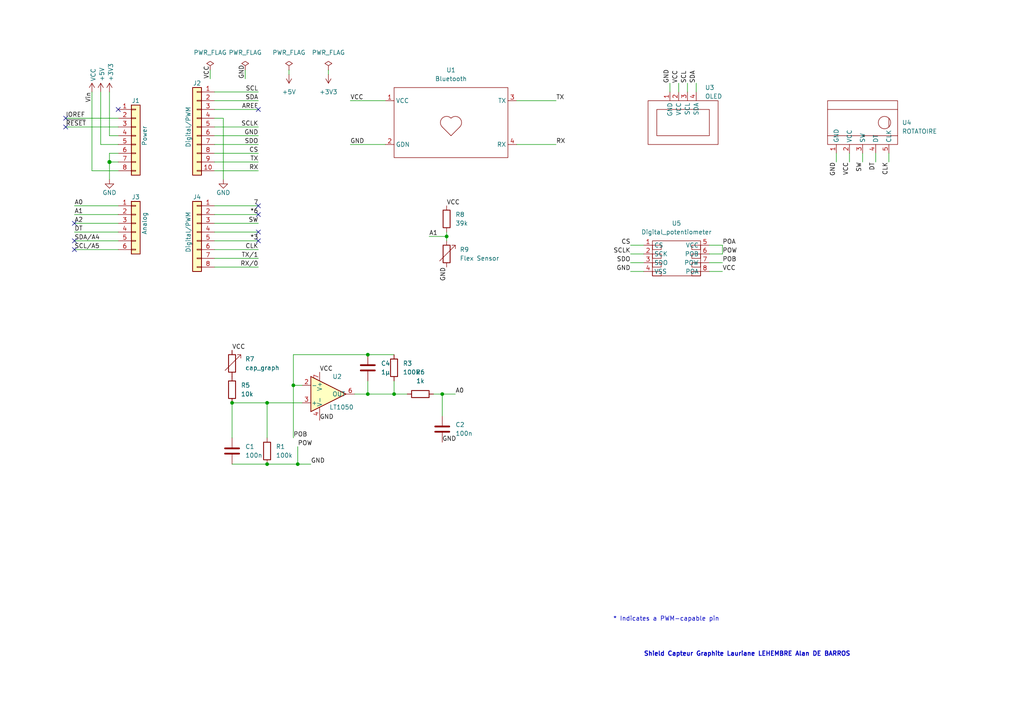
<source format=kicad_sch>
(kicad_sch (version 20230121) (generator eeschema)

  (uuid e63e39d7-6ac0-4ffd-8aa3-1841a4541b55)

  (paper "A4")

  (title_block
    (date "mar. 31 mars 2015")
  )

  (lib_symbols
    (symbol "Bibliotheque_Symbole_Capteur_Graphite:Bluetooth" (in_bom yes) (on_board yes)
      (property "Reference" "U1" (at 0 15.24 0)
        (effects (font (size 1.27 1.27)))
      )
      (property "Value" "Bluetooth" (at 0 12.7 0)
        (effects (font (size 1.27 1.27)))
      )
      (property "Footprint" "" (at 5.08 0 0)
        (effects (font (size 1.27 1.27)) hide)
      )
      (property "Datasheet" "" (at 5.08 0 0)
        (effects (font (size 1.27 1.27)) hide)
      )
      (symbol "Bluetooth_0_1"
        (rectangle (start -16.51 10.16) (end 16.51 -10.16)
          (stroke (width 0) (type default))
          (fill (type none))
        )
        (arc (start -2.54 1.2771) (mid -3.0661 0.0071) (end -2.54 -1.2629)
          (stroke (width 0) (type default))
          (fill (type none))
        )
        (polyline
          (pts
            (xy -2.54 -1.27)
            (xy 0 -3.81)
          )
          (stroke (width 0) (type default))
          (fill (type none))
        )
        (polyline
          (pts
            (xy 2.54 -1.27)
            (xy 0 -3.81)
          )
          (stroke (width 0) (type default))
          (fill (type none))
        )
        (arc (start 0 1.2771) (mid -1.27 1.8011) (end -2.54 1.2771)
          (stroke (width 0) (type default))
          (fill (type none))
        )
        (arc (start 2.54 -1.27) (mid 3.066 0) (end 2.54 1.27)
          (stroke (width 0) (type default))
          (fill (type none))
        )
        (arc (start 2.54 1.27) (mid 1.27 1.794) (end 0 1.27)
          (stroke (width 0) (type default))
          (fill (type none))
        )
      )
      (symbol "Bluetooth_1_1"
        (pin bidirectional line (at -19.05 6.35 0) (length 2.54)
          (name "VCC" (effects (font (size 1.27 1.27))))
          (number "1" (effects (font (size 1.27 1.27))))
        )
        (pin bidirectional line (at -19.05 -6.35 0) (length 2.54)
          (name "GDN" (effects (font (size 1.27 1.27))))
          (number "2" (effects (font (size 1.27 1.27))))
        )
        (pin bidirectional line (at 19.05 6.35 180) (length 2.54)
          (name "TX" (effects (font (size 1.27 1.27))))
          (number "3" (effects (font (size 1.27 1.27))))
        )
        (pin bidirectional line (at 19.05 -6.35 180) (length 2.54)
          (name "RX" (effects (font (size 1.27 1.27))))
          (number "4" (effects (font (size 1.27 1.27))))
        )
      )
    )
    (symbol "Bibliotheque_Symbole_Capteur_Graphite:Digital_potentiometer" (in_bom yes) (on_board yes)
      (property "Reference" "U" (at 11.43 2.54 0)
        (effects (font (size 1.27 1.27)))
      )
      (property "Value" "Digital_potentiometer" (at 0 2.54 0)
        (effects (font (size 1.27 1.27)))
      )
      (property "Footprint" "" (at 0 0 0)
        (effects (font (size 1.27 1.27)) hide)
      )
      (property "Datasheet" "" (at 0 0 0)
        (effects (font (size 1.27 1.27)) hide)
      )
      (symbol "Digital_potentiometer_0_1"
        (rectangle (start -3.81 -8.89) (end -1.27 -10.16)
          (stroke (width 0) (type default))
          (fill (type none))
        )
        (rectangle (start -3.81 -6.35) (end -1.27 -7.62)
          (stroke (width 0) (type default))
          (fill (type none))
        )
        (rectangle (start -3.81 -3.81) (end -1.27 -5.08)
          (stroke (width 0) (type default))
          (fill (type none))
        )
        (rectangle (start -3.81 -1.27) (end -1.27 -2.54)
          (stroke (width 0) (type default))
          (fill (type none))
        )
        (rectangle (start -3.81 0) (end 10.16 -10.16)
          (stroke (width 0) (type default))
          (fill (type none))
        )
        (rectangle (start 10.16 -8.89) (end 7.62 -10.16)
          (stroke (width 0) (type default))
          (fill (type none))
        )
        (rectangle (start 10.16 -6.35) (end 7.62 -7.62)
          (stroke (width 0) (type default))
          (fill (type none))
        )
        (rectangle (start 10.16 -3.81) (end 7.62 -5.08)
          (stroke (width 0) (type default))
          (fill (type none))
        )
        (rectangle (start 10.16 -1.27) (end 7.62 -2.54)
          (stroke (width 0) (type default))
          (fill (type none))
        )
      )
      (symbol "Digital_potentiometer_1_1"
        (pin bidirectional line (at -6.35 -1.27 0) (length 2.54)
          (name "CS" (effects (font (size 1.27 1.27))))
          (number "1" (effects (font (size 1.27 1.27))))
        )
        (pin bidirectional line (at -6.35 -3.81 0) (length 2.54)
          (name "SCK" (effects (font (size 1.27 1.27))))
          (number "2" (effects (font (size 1.27 1.27))))
        )
        (pin bidirectional line (at -6.35 -6.35 0) (length 2.54)
          (name "SDO" (effects (font (size 1.27 1.27))))
          (number "3" (effects (font (size 1.27 1.27))))
        )
        (pin bidirectional line (at -6.35 -8.89 0) (length 2.54)
          (name "VSS" (effects (font (size 1.27 1.27))))
          (number "4" (effects (font (size 1.27 1.27))))
        )
        (pin bidirectional line (at 12.7 -1.27 180) (length 2.54)
          (name "VCC" (effects (font (size 1.27 1.27))))
          (number "5" (effects (font (size 1.27 1.27))))
        )
        (pin bidirectional line (at 12.7 -3.81 180) (length 2.54)
          (name "POB" (effects (font (size 1.27 1.27))))
          (number "6" (effects (font (size 1.27 1.27))))
        )
        (pin bidirectional line (at 12.7 -6.35 180) (length 2.54)
          (name "POW" (effects (font (size 1.27 1.27))))
          (number "7" (effects (font (size 1.27 1.27))))
        )
        (pin bidirectional line (at 12.7 -8.89 180) (length 2.54)
          (name "POA" (effects (font (size 1.27 1.27))))
          (number "8" (effects (font (size 1.27 1.27))))
        )
      )
    )
    (symbol "Bibliotheque_Symbole_Capteur_Graphite:OLED" (in_bom yes) (on_board yes)
      (property "Reference" "U" (at -2.54 -8.89 0)
        (effects (font (size 1.27 1.27)))
      )
      (property "Value" "OLED" (at 2.54 -8.89 0)
        (effects (font (size 1.27 1.27)))
      )
      (property "Footprint" "" (at 0 0 0)
        (effects (font (size 1.27 1.27)) hide)
      )
      (property "Datasheet" "" (at 0 0 0)
        (effects (font (size 1.27 1.27)) hide)
      )
      (symbol "OLED_0_1"
        (rectangle (start -7.62 -1.27) (end 12.7 -13.97)
          (stroke (width 0) (type default))
          (fill (type none))
        )
        (rectangle (start -5.08 -3.81) (end 10.16 -11.43)
          (stroke (width 0) (type default))
          (fill (type none))
        )
      )
      (symbol "OLED_1_1"
        (pin bidirectional line (at -1.27 1.27 270) (length 2.54)
          (name "GND" (effects (font (size 1.27 1.27))))
          (number "1" (effects (font (size 1.27 1.27))))
        )
        (pin bidirectional line (at 1.27 1.27 270) (length 2.54)
          (name "VCC" (effects (font (size 1.27 1.27))))
          (number "2" (effects (font (size 1.27 1.27))))
        )
        (pin bidirectional line (at 3.81 1.27 270) (length 2.54)
          (name "SCL" (effects (font (size 1.27 1.27))))
          (number "3" (effects (font (size 1.27 1.27))))
        )
        (pin bidirectional line (at 6.35 1.27 270) (length 2.54)
          (name "SDA" (effects (font (size 1.27 1.27))))
          (number "4" (effects (font (size 1.27 1.27))))
        )
      )
    )
    (symbol "Bibliotheque_Symbole_Capteur_Graphite:ROTATOIRE" (in_bom yes) (on_board yes)
      (property "Reference" "U" (at 0 1.27 0)
        (effects (font (size 1.27 1.27)))
      )
      (property "Value" "ROTATOIRE" (at -6.35 1.27 0)
        (effects (font (size 1.27 1.27)))
      )
      (property "Footprint" "" (at 0 0 0)
        (effects (font (size 1.27 1.27)) hide)
      )
      (property "Datasheet" "" (at 0 0 0)
        (effects (font (size 1.27 1.27)) hide)
      )
      (symbol "ROTATOIRE_0_1"
        (rectangle (start -11.43 0) (end 8.89 -12.7)
          (stroke (width 0) (type default))
          (fill (type none))
        )
        (polyline
          (pts
            (xy -11.43 -10.16)
            (xy 8.89 -10.16)
          )
          (stroke (width 0) (type default))
          (fill (type none))
        )
        (polyline
          (pts
            (xy -11.43 -2.54)
            (xy 8.89 -2.54)
          )
          (stroke (width 0) (type default))
          (fill (type none))
        )
        (polyline
          (pts
            (xy 6.35 -5.08)
            (xy 6.35 -7.62)
          )
          (stroke (width 0) (type default))
          (fill (type none))
        )
        (circle (center 5.08 -6.35) (radius 1.7961)
          (stroke (width 0) (type default))
          (fill (type none))
        )
      )
      (symbol "ROTATOIRE_1_1"
        (pin bidirectional line (at -8.89 -15.24 90) (length 2.54)
          (name "GND" (effects (font (size 1.27 1.27))))
          (number "1" (effects (font (size 1.27 1.27))))
        )
        (pin bidirectional line (at -5.08 -15.24 90) (length 2.54)
          (name "VCC" (effects (font (size 1.27 1.27))))
          (number "2" (effects (font (size 1.27 1.27))))
        )
        (pin bidirectional line (at -1.27 -15.24 90) (length 2.54)
          (name "SW" (effects (font (size 1.27 1.27))))
          (number "3" (effects (font (size 1.27 1.27))))
        )
        (pin bidirectional line (at 2.54 -15.24 90) (length 2.54)
          (name "DT" (effects (font (size 1.27 1.27))))
          (number "4" (effects (font (size 1.27 1.27))))
        )
        (pin bidirectional line (at 6.35 -15.24 90) (length 2.54)
          (name "CLK" (effects (font (size 1.27 1.27))))
          (number "5" (effects (font (size 1.27 1.27))))
        )
      )
    )
    (symbol "Connector_Generic:Conn_01x06" (pin_names (offset 1.016) hide) (in_bom yes) (on_board yes)
      (property "Reference" "J" (at 0 7.62 0)
        (effects (font (size 1.27 1.27)))
      )
      (property "Value" "Conn_01x06" (at 0 -10.16 0)
        (effects (font (size 1.27 1.27)))
      )
      (property "Footprint" "" (at 0 0 0)
        (effects (font (size 1.27 1.27)) hide)
      )
      (property "Datasheet" "~" (at 0 0 0)
        (effects (font (size 1.27 1.27)) hide)
      )
      (property "ki_keywords" "connector" (at 0 0 0)
        (effects (font (size 1.27 1.27)) hide)
      )
      (property "ki_description" "Generic connector, single row, 01x06, script generated (kicad-library-utils/schlib/autogen/connector/)" (at 0 0 0)
        (effects (font (size 1.27 1.27)) hide)
      )
      (property "ki_fp_filters" "Connector*:*_1x??_*" (at 0 0 0)
        (effects (font (size 1.27 1.27)) hide)
      )
      (symbol "Conn_01x06_1_1"
        (rectangle (start -1.27 -7.493) (end 0 -7.747)
          (stroke (width 0.1524) (type default))
          (fill (type none))
        )
        (rectangle (start -1.27 -4.953) (end 0 -5.207)
          (stroke (width 0.1524) (type default))
          (fill (type none))
        )
        (rectangle (start -1.27 -2.413) (end 0 -2.667)
          (stroke (width 0.1524) (type default))
          (fill (type none))
        )
        (rectangle (start -1.27 0.127) (end 0 -0.127)
          (stroke (width 0.1524) (type default))
          (fill (type none))
        )
        (rectangle (start -1.27 2.667) (end 0 2.413)
          (stroke (width 0.1524) (type default))
          (fill (type none))
        )
        (rectangle (start -1.27 5.207) (end 0 4.953)
          (stroke (width 0.1524) (type default))
          (fill (type none))
        )
        (rectangle (start -1.27 6.35) (end 1.27 -8.89)
          (stroke (width 0.254) (type default))
          (fill (type background))
        )
        (pin passive line (at -5.08 5.08 0) (length 3.81)
          (name "Pin_1" (effects (font (size 1.27 1.27))))
          (number "1" (effects (font (size 1.27 1.27))))
        )
        (pin passive line (at -5.08 2.54 0) (length 3.81)
          (name "Pin_2" (effects (font (size 1.27 1.27))))
          (number "2" (effects (font (size 1.27 1.27))))
        )
        (pin passive line (at -5.08 0 0) (length 3.81)
          (name "Pin_3" (effects (font (size 1.27 1.27))))
          (number "3" (effects (font (size 1.27 1.27))))
        )
        (pin passive line (at -5.08 -2.54 0) (length 3.81)
          (name "Pin_4" (effects (font (size 1.27 1.27))))
          (number "4" (effects (font (size 1.27 1.27))))
        )
        (pin passive line (at -5.08 -5.08 0) (length 3.81)
          (name "Pin_5" (effects (font (size 1.27 1.27))))
          (number "5" (effects (font (size 1.27 1.27))))
        )
        (pin passive line (at -5.08 -7.62 0) (length 3.81)
          (name "Pin_6" (effects (font (size 1.27 1.27))))
          (number "6" (effects (font (size 1.27 1.27))))
        )
      )
    )
    (symbol "Connector_Generic:Conn_01x08" (pin_names (offset 1.016) hide) (in_bom yes) (on_board yes)
      (property "Reference" "J" (at 0 10.16 0)
        (effects (font (size 1.27 1.27)))
      )
      (property "Value" "Conn_01x08" (at 0 -12.7 0)
        (effects (font (size 1.27 1.27)))
      )
      (property "Footprint" "" (at 0 0 0)
        (effects (font (size 1.27 1.27)) hide)
      )
      (property "Datasheet" "~" (at 0 0 0)
        (effects (font (size 1.27 1.27)) hide)
      )
      (property "ki_keywords" "connector" (at 0 0 0)
        (effects (font (size 1.27 1.27)) hide)
      )
      (property "ki_description" "Generic connector, single row, 01x08, script generated (kicad-library-utils/schlib/autogen/connector/)" (at 0 0 0)
        (effects (font (size 1.27 1.27)) hide)
      )
      (property "ki_fp_filters" "Connector*:*_1x??_*" (at 0 0 0)
        (effects (font (size 1.27 1.27)) hide)
      )
      (symbol "Conn_01x08_1_1"
        (rectangle (start -1.27 -10.033) (end 0 -10.287)
          (stroke (width 0.1524) (type default))
          (fill (type none))
        )
        (rectangle (start -1.27 -7.493) (end 0 -7.747)
          (stroke (width 0.1524) (type default))
          (fill (type none))
        )
        (rectangle (start -1.27 -4.953) (end 0 -5.207)
          (stroke (width 0.1524) (type default))
          (fill (type none))
        )
        (rectangle (start -1.27 -2.413) (end 0 -2.667)
          (stroke (width 0.1524) (type default))
          (fill (type none))
        )
        (rectangle (start -1.27 0.127) (end 0 -0.127)
          (stroke (width 0.1524) (type default))
          (fill (type none))
        )
        (rectangle (start -1.27 2.667) (end 0 2.413)
          (stroke (width 0.1524) (type default))
          (fill (type none))
        )
        (rectangle (start -1.27 5.207) (end 0 4.953)
          (stroke (width 0.1524) (type default))
          (fill (type none))
        )
        (rectangle (start -1.27 7.747) (end 0 7.493)
          (stroke (width 0.1524) (type default))
          (fill (type none))
        )
        (rectangle (start -1.27 8.89) (end 1.27 -11.43)
          (stroke (width 0.254) (type default))
          (fill (type background))
        )
        (pin passive line (at -5.08 7.62 0) (length 3.81)
          (name "Pin_1" (effects (font (size 1.27 1.27))))
          (number "1" (effects (font (size 1.27 1.27))))
        )
        (pin passive line (at -5.08 5.08 0) (length 3.81)
          (name "Pin_2" (effects (font (size 1.27 1.27))))
          (number "2" (effects (font (size 1.27 1.27))))
        )
        (pin passive line (at -5.08 2.54 0) (length 3.81)
          (name "Pin_3" (effects (font (size 1.27 1.27))))
          (number "3" (effects (font (size 1.27 1.27))))
        )
        (pin passive line (at -5.08 0 0) (length 3.81)
          (name "Pin_4" (effects (font (size 1.27 1.27))))
          (number "4" (effects (font (size 1.27 1.27))))
        )
        (pin passive line (at -5.08 -2.54 0) (length 3.81)
          (name "Pin_5" (effects (font (size 1.27 1.27))))
          (number "5" (effects (font (size 1.27 1.27))))
        )
        (pin passive line (at -5.08 -5.08 0) (length 3.81)
          (name "Pin_6" (effects (font (size 1.27 1.27))))
          (number "6" (effects (font (size 1.27 1.27))))
        )
        (pin passive line (at -5.08 -7.62 0) (length 3.81)
          (name "Pin_7" (effects (font (size 1.27 1.27))))
          (number "7" (effects (font (size 1.27 1.27))))
        )
        (pin passive line (at -5.08 -10.16 0) (length 3.81)
          (name "Pin_8" (effects (font (size 1.27 1.27))))
          (number "8" (effects (font (size 1.27 1.27))))
        )
      )
    )
    (symbol "Connector_Generic:Conn_01x10" (pin_names (offset 1.016) hide) (in_bom yes) (on_board yes)
      (property "Reference" "J" (at 0 12.7 0)
        (effects (font (size 1.27 1.27)))
      )
      (property "Value" "Conn_01x10" (at 0 -15.24 0)
        (effects (font (size 1.27 1.27)))
      )
      (property "Footprint" "" (at 0 0 0)
        (effects (font (size 1.27 1.27)) hide)
      )
      (property "Datasheet" "~" (at 0 0 0)
        (effects (font (size 1.27 1.27)) hide)
      )
      (property "ki_keywords" "connector" (at 0 0 0)
        (effects (font (size 1.27 1.27)) hide)
      )
      (property "ki_description" "Generic connector, single row, 01x10, script generated (kicad-library-utils/schlib/autogen/connector/)" (at 0 0 0)
        (effects (font (size 1.27 1.27)) hide)
      )
      (property "ki_fp_filters" "Connector*:*_1x??_*" (at 0 0 0)
        (effects (font (size 1.27 1.27)) hide)
      )
      (symbol "Conn_01x10_1_1"
        (rectangle (start -1.27 -12.573) (end 0 -12.827)
          (stroke (width 0.1524) (type default))
          (fill (type none))
        )
        (rectangle (start -1.27 -10.033) (end 0 -10.287)
          (stroke (width 0.1524) (type default))
          (fill (type none))
        )
        (rectangle (start -1.27 -7.493) (end 0 -7.747)
          (stroke (width 0.1524) (type default))
          (fill (type none))
        )
        (rectangle (start -1.27 -4.953) (end 0 -5.207)
          (stroke (width 0.1524) (type default))
          (fill (type none))
        )
        (rectangle (start -1.27 -2.413) (end 0 -2.667)
          (stroke (width 0.1524) (type default))
          (fill (type none))
        )
        (rectangle (start -1.27 0.127) (end 0 -0.127)
          (stroke (width 0.1524) (type default))
          (fill (type none))
        )
        (rectangle (start -1.27 2.667) (end 0 2.413)
          (stroke (width 0.1524) (type default))
          (fill (type none))
        )
        (rectangle (start -1.27 5.207) (end 0 4.953)
          (stroke (width 0.1524) (type default))
          (fill (type none))
        )
        (rectangle (start -1.27 7.747) (end 0 7.493)
          (stroke (width 0.1524) (type default))
          (fill (type none))
        )
        (rectangle (start -1.27 10.287) (end 0 10.033)
          (stroke (width 0.1524) (type default))
          (fill (type none))
        )
        (rectangle (start -1.27 11.43) (end 1.27 -13.97)
          (stroke (width 0.254) (type default))
          (fill (type background))
        )
        (pin passive line (at -5.08 10.16 0) (length 3.81)
          (name "Pin_1" (effects (font (size 1.27 1.27))))
          (number "1" (effects (font (size 1.27 1.27))))
        )
        (pin passive line (at -5.08 -12.7 0) (length 3.81)
          (name "Pin_10" (effects (font (size 1.27 1.27))))
          (number "10" (effects (font (size 1.27 1.27))))
        )
        (pin passive line (at -5.08 7.62 0) (length 3.81)
          (name "Pin_2" (effects (font (size 1.27 1.27))))
          (number "2" (effects (font (size 1.27 1.27))))
        )
        (pin passive line (at -5.08 5.08 0) (length 3.81)
          (name "Pin_3" (effects (font (size 1.27 1.27))))
          (number "3" (effects (font (size 1.27 1.27))))
        )
        (pin passive line (at -5.08 2.54 0) (length 3.81)
          (name "Pin_4" (effects (font (size 1.27 1.27))))
          (number "4" (effects (font (size 1.27 1.27))))
        )
        (pin passive line (at -5.08 0 0) (length 3.81)
          (name "Pin_5" (effects (font (size 1.27 1.27))))
          (number "5" (effects (font (size 1.27 1.27))))
        )
        (pin passive line (at -5.08 -2.54 0) (length 3.81)
          (name "Pin_6" (effects (font (size 1.27 1.27))))
          (number "6" (effects (font (size 1.27 1.27))))
        )
        (pin passive line (at -5.08 -5.08 0) (length 3.81)
          (name "Pin_7" (effects (font (size 1.27 1.27))))
          (number "7" (effects (font (size 1.27 1.27))))
        )
        (pin passive line (at -5.08 -7.62 0) (length 3.81)
          (name "Pin_8" (effects (font (size 1.27 1.27))))
          (number "8" (effects (font (size 1.27 1.27))))
        )
        (pin passive line (at -5.08 -10.16 0) (length 3.81)
          (name "Pin_9" (effects (font (size 1.27 1.27))))
          (number "9" (effects (font (size 1.27 1.27))))
        )
      )
    )
    (symbol "Device:C" (pin_numbers hide) (pin_names (offset 0.254)) (in_bom yes) (on_board yes)
      (property "Reference" "C" (at 0.635 2.54 0)
        (effects (font (size 1.27 1.27)) (justify left))
      )
      (property "Value" "C" (at 0.635 -2.54 0)
        (effects (font (size 1.27 1.27)) (justify left))
      )
      (property "Footprint" "" (at 0.9652 -3.81 0)
        (effects (font (size 1.27 1.27)) hide)
      )
      (property "Datasheet" "~" (at 0 0 0)
        (effects (font (size 1.27 1.27)) hide)
      )
      (property "ki_keywords" "cap capacitor" (at 0 0 0)
        (effects (font (size 1.27 1.27)) hide)
      )
      (property "ki_description" "Unpolarized capacitor" (at 0 0 0)
        (effects (font (size 1.27 1.27)) hide)
      )
      (property "ki_fp_filters" "C_*" (at 0 0 0)
        (effects (font (size 1.27 1.27)) hide)
      )
      (symbol "C_0_1"
        (polyline
          (pts
            (xy -2.032 -0.762)
            (xy 2.032 -0.762)
          )
          (stroke (width 0.508) (type default))
          (fill (type none))
        )
        (polyline
          (pts
            (xy -2.032 0.762)
            (xy 2.032 0.762)
          )
          (stroke (width 0.508) (type default))
          (fill (type none))
        )
      )
      (symbol "C_1_1"
        (pin passive line (at 0 3.81 270) (length 2.794)
          (name "~" (effects (font (size 1.27 1.27))))
          (number "1" (effects (font (size 1.27 1.27))))
        )
        (pin passive line (at 0 -3.81 90) (length 2.794)
          (name "~" (effects (font (size 1.27 1.27))))
          (number "2" (effects (font (size 1.27 1.27))))
        )
      )
    )
    (symbol "Device:R" (pin_numbers hide) (pin_names (offset 0)) (in_bom yes) (on_board yes)
      (property "Reference" "R" (at 2.032 0 90)
        (effects (font (size 1.27 1.27)))
      )
      (property "Value" "R" (at 0 0 90)
        (effects (font (size 1.27 1.27)))
      )
      (property "Footprint" "" (at -1.778 0 90)
        (effects (font (size 1.27 1.27)) hide)
      )
      (property "Datasheet" "~" (at 0 0 0)
        (effects (font (size 1.27 1.27)) hide)
      )
      (property "ki_keywords" "R res resistor" (at 0 0 0)
        (effects (font (size 1.27 1.27)) hide)
      )
      (property "ki_description" "Resistor" (at 0 0 0)
        (effects (font (size 1.27 1.27)) hide)
      )
      (property "ki_fp_filters" "R_*" (at 0 0 0)
        (effects (font (size 1.27 1.27)) hide)
      )
      (symbol "R_0_1"
        (rectangle (start -1.016 -2.54) (end 1.016 2.54)
          (stroke (width 0.254) (type default))
          (fill (type none))
        )
      )
      (symbol "R_1_1"
        (pin passive line (at 0 3.81 270) (length 1.27)
          (name "~" (effects (font (size 1.27 1.27))))
          (number "1" (effects (font (size 1.27 1.27))))
        )
        (pin passive line (at 0 -3.81 90) (length 1.27)
          (name "~" (effects (font (size 1.27 1.27))))
          (number "2" (effects (font (size 1.27 1.27))))
        )
      )
    )
    (symbol "Device:R_Variable" (pin_numbers hide) (pin_names (offset 0)) (in_bom yes) (on_board yes)
      (property "Reference" "R" (at 2.54 -2.54 90)
        (effects (font (size 1.27 1.27)) (justify left))
      )
      (property "Value" "R_Variable" (at -2.54 -1.27 90)
        (effects (font (size 1.27 1.27)) (justify left))
      )
      (property "Footprint" "" (at -1.778 0 90)
        (effects (font (size 1.27 1.27)) hide)
      )
      (property "Datasheet" "~" (at 0 0 0)
        (effects (font (size 1.27 1.27)) hide)
      )
      (property "ki_keywords" "R res resistor variable potentiometer rheostat" (at 0 0 0)
        (effects (font (size 1.27 1.27)) hide)
      )
      (property "ki_description" "Variable resistor" (at 0 0 0)
        (effects (font (size 1.27 1.27)) hide)
      )
      (property "ki_fp_filters" "R_*" (at 0 0 0)
        (effects (font (size 1.27 1.27)) hide)
      )
      (symbol "R_Variable_0_1"
        (rectangle (start -1.016 -2.54) (end 1.016 2.54)
          (stroke (width 0.254) (type default))
          (fill (type none))
        )
        (polyline
          (pts
            (xy 2.54 1.524)
            (xy 2.54 2.54)
            (xy 1.524 2.54)
            (xy 2.54 2.54)
            (xy -2.032 -2.032)
          )
          (stroke (width 0) (type default))
          (fill (type none))
        )
      )
      (symbol "R_Variable_1_1"
        (pin passive line (at 0 3.81 270) (length 1.27)
          (name "~" (effects (font (size 1.27 1.27))))
          (number "1" (effects (font (size 1.27 1.27))))
        )
        (pin passive line (at 0 -3.81 90) (length 1.27)
          (name "~" (effects (font (size 1.27 1.27))))
          (number "2" (effects (font (size 1.27 1.27))))
        )
      )
    )
    (symbol "LT1050:LT1050" (pin_names (offset 0.127)) (in_bom yes) (on_board yes)
      (property "Reference" "U?" (at 5.08 8.89 0)
        (effects (font (size 1.27 1.27)))
      )
      (property "Value" "LT1050" (at 3.81 -3.81 0)
        (effects (font (size 1.27 1.27)))
      )
      (property "Footprint" "Package_DIP:DIP-8_W7.62mm_LongPads" (at 19.05 -8.89 0)
        (effects (font (size 1.27 1.27)) hide)
      )
      (property "Datasheet" "https://www.analog.com/en/products/ltc1050.html" (at 12.7 17.78 0)
        (effects (font (size 1.27 1.27)) hide)
      )
      (property "ki_keywords" "current sense" (at 0 0 0)
        (effects (font (size 1.27 1.27)) hide)
      )
      (property "ki_description" "36V Low Cost, High Side Current Sense, SOT-23-5" (at 0 0 0)
        (effects (font (size 1.27 1.27)) hide)
      )
      (property "ki_fp_filters" "SOT?23*" (at 0 0 0)
        (effects (font (size 1.27 1.27)) hide)
      )
      (symbol "LT1050_0_0"
        (pin no_connect line (at 21.59 1.27 270) (length 2.54) hide
          (name "NC" (effects (font (size 1.27 1.27))))
          (number "1" (effects (font (size 1.27 1.27))))
        )
        (pin power_in line (at -2.54 6.35 270) (length 2.54)
          (name "V+" (effects (font (size 1.27 1.27))))
          (number "7" (effects (font (size 1.27 1.27))))
        )
        (pin no_connect line (at 16.51 1.27 270) (length 2.54) hide
          (name "NC" (effects (font (size 1.27 1.27))))
          (number "8" (effects (font (size 1.27 1.27))))
        )
      )
      (symbol "LT1050_0_1"
        (polyline
          (pts
            (xy -5.08 5.08)
            (xy 5.08 0)
            (xy -5.08 -5.08)
            (xy -5.08 5.08)
          )
          (stroke (width 0.254) (type default))
          (fill (type background))
        )
      )
      (symbol "LT1050_1_1"
        (pin input line (at -7.62 2.54 0) (length 2.54)
          (name "-" (effects (font (size 1.27 1.27))))
          (number "2" (effects (font (size 1.27 1.27))))
        )
        (pin input line (at -7.62 -2.54 0) (length 2.54)
          (name "+" (effects (font (size 1.27 1.27))))
          (number "3" (effects (font (size 1.27 1.27))))
        )
        (pin power_in line (at -2.54 -7.62 90) (length 3.81)
          (name "V-" (effects (font (size 1.27 1.27))))
          (number "4" (effects (font (size 1.27 1.27))))
        )
        (pin output line (at 7.62 0 180) (length 2.54)
          (name "OUT" (effects (font (size 1.27 1.27))))
          (number "6" (effects (font (size 1.27 1.27))))
        )
      )
    )
    (symbol "power:+3V3" (power) (pin_names (offset 0)) (in_bom yes) (on_board yes)
      (property "Reference" "#PWR" (at 0 -3.81 0)
        (effects (font (size 1.27 1.27)) hide)
      )
      (property "Value" "+3V3" (at 0 3.556 0)
        (effects (font (size 1.27 1.27)))
      )
      (property "Footprint" "" (at 0 0 0)
        (effects (font (size 1.27 1.27)) hide)
      )
      (property "Datasheet" "" (at 0 0 0)
        (effects (font (size 1.27 1.27)) hide)
      )
      (property "ki_keywords" "power-flag" (at 0 0 0)
        (effects (font (size 1.27 1.27)) hide)
      )
      (property "ki_description" "Power symbol creates a global label with name \"+3V3\"" (at 0 0 0)
        (effects (font (size 1.27 1.27)) hide)
      )
      (symbol "+3V3_0_1"
        (polyline
          (pts
            (xy -0.762 1.27)
            (xy 0 2.54)
          )
          (stroke (width 0) (type default))
          (fill (type none))
        )
        (polyline
          (pts
            (xy 0 0)
            (xy 0 2.54)
          )
          (stroke (width 0) (type default))
          (fill (type none))
        )
        (polyline
          (pts
            (xy 0 2.54)
            (xy 0.762 1.27)
          )
          (stroke (width 0) (type default))
          (fill (type none))
        )
      )
      (symbol "+3V3_1_1"
        (pin power_in line (at 0 0 90) (length 0) hide
          (name "+3V3" (effects (font (size 1.27 1.27))))
          (number "1" (effects (font (size 1.27 1.27))))
        )
      )
    )
    (symbol "power:+5V" (power) (pin_names (offset 0)) (in_bom yes) (on_board yes)
      (property "Reference" "#PWR" (at 0 -3.81 0)
        (effects (font (size 1.27 1.27)) hide)
      )
      (property "Value" "+5V" (at 0 3.556 0)
        (effects (font (size 1.27 1.27)))
      )
      (property "Footprint" "" (at 0 0 0)
        (effects (font (size 1.27 1.27)) hide)
      )
      (property "Datasheet" "" (at 0 0 0)
        (effects (font (size 1.27 1.27)) hide)
      )
      (property "ki_keywords" "power-flag" (at 0 0 0)
        (effects (font (size 1.27 1.27)) hide)
      )
      (property "ki_description" "Power symbol creates a global label with name \"+5V\"" (at 0 0 0)
        (effects (font (size 1.27 1.27)) hide)
      )
      (symbol "+5V_0_1"
        (polyline
          (pts
            (xy -0.762 1.27)
            (xy 0 2.54)
          )
          (stroke (width 0) (type default))
          (fill (type none))
        )
        (polyline
          (pts
            (xy 0 0)
            (xy 0 2.54)
          )
          (stroke (width 0) (type default))
          (fill (type none))
        )
        (polyline
          (pts
            (xy 0 2.54)
            (xy 0.762 1.27)
          )
          (stroke (width 0) (type default))
          (fill (type none))
        )
      )
      (symbol "+5V_1_1"
        (pin power_in line (at 0 0 90) (length 0) hide
          (name "+5V" (effects (font (size 1.27 1.27))))
          (number "1" (effects (font (size 1.27 1.27))))
        )
      )
    )
    (symbol "power:GND" (power) (pin_names (offset 0)) (in_bom yes) (on_board yes)
      (property "Reference" "#PWR" (at 0 -6.35 0)
        (effects (font (size 1.27 1.27)) hide)
      )
      (property "Value" "GND" (at 0 -3.81 0)
        (effects (font (size 1.27 1.27)))
      )
      (property "Footprint" "" (at 0 0 0)
        (effects (font (size 1.27 1.27)) hide)
      )
      (property "Datasheet" "" (at 0 0 0)
        (effects (font (size 1.27 1.27)) hide)
      )
      (property "ki_keywords" "power-flag" (at 0 0 0)
        (effects (font (size 1.27 1.27)) hide)
      )
      (property "ki_description" "Power symbol creates a global label with name \"GND\" , ground" (at 0 0 0)
        (effects (font (size 1.27 1.27)) hide)
      )
      (symbol "GND_0_1"
        (polyline
          (pts
            (xy 0 0)
            (xy 0 -1.27)
            (xy 1.27 -1.27)
            (xy 0 -2.54)
            (xy -1.27 -1.27)
            (xy 0 -1.27)
          )
          (stroke (width 0) (type default))
          (fill (type none))
        )
      )
      (symbol "GND_1_1"
        (pin power_in line (at 0 0 270) (length 0) hide
          (name "GND" (effects (font (size 1.27 1.27))))
          (number "1" (effects (font (size 1.27 1.27))))
        )
      )
    )
    (symbol "power:PWR_FLAG" (power) (pin_numbers hide) (pin_names (offset 0) hide) (in_bom yes) (on_board yes)
      (property "Reference" "#FLG" (at 0 1.905 0)
        (effects (font (size 1.27 1.27)) hide)
      )
      (property "Value" "PWR_FLAG" (at 0 3.81 0)
        (effects (font (size 1.27 1.27)))
      )
      (property "Footprint" "" (at 0 0 0)
        (effects (font (size 1.27 1.27)) hide)
      )
      (property "Datasheet" "~" (at 0 0 0)
        (effects (font (size 1.27 1.27)) hide)
      )
      (property "ki_keywords" "power-flag" (at 0 0 0)
        (effects (font (size 1.27 1.27)) hide)
      )
      (property "ki_description" "Special symbol for telling ERC where power comes from" (at 0 0 0)
        (effects (font (size 1.27 1.27)) hide)
      )
      (symbol "PWR_FLAG_0_0"
        (pin power_out line (at 0 0 90) (length 0)
          (name "pwr" (effects (font (size 1.27 1.27))))
          (number "1" (effects (font (size 1.27 1.27))))
        )
      )
      (symbol "PWR_FLAG_0_1"
        (polyline
          (pts
            (xy 0 0)
            (xy 0 1.27)
            (xy -1.016 1.905)
            (xy 0 2.54)
            (xy 1.016 1.905)
            (xy 0 1.27)
          )
          (stroke (width 0) (type default))
          (fill (type none))
        )
      )
    )
    (symbol "power:VCC" (power) (pin_names (offset 0)) (in_bom yes) (on_board yes)
      (property "Reference" "#PWR" (at 0 -3.81 0)
        (effects (font (size 1.27 1.27)) hide)
      )
      (property "Value" "VCC" (at 0 3.81 0)
        (effects (font (size 1.27 1.27)))
      )
      (property "Footprint" "" (at 0 0 0)
        (effects (font (size 1.27 1.27)) hide)
      )
      (property "Datasheet" "" (at 0 0 0)
        (effects (font (size 1.27 1.27)) hide)
      )
      (property "ki_keywords" "power-flag" (at 0 0 0)
        (effects (font (size 1.27 1.27)) hide)
      )
      (property "ki_description" "Power symbol creates a global label with name \"VCC\"" (at 0 0 0)
        (effects (font (size 1.27 1.27)) hide)
      )
      (symbol "VCC_0_1"
        (polyline
          (pts
            (xy -0.762 1.27)
            (xy 0 2.54)
          )
          (stroke (width 0) (type default))
          (fill (type none))
        )
        (polyline
          (pts
            (xy 0 0)
            (xy 0 2.54)
          )
          (stroke (width 0) (type default))
          (fill (type none))
        )
        (polyline
          (pts
            (xy 0 2.54)
            (xy 0.762 1.27)
          )
          (stroke (width 0) (type default))
          (fill (type none))
        )
      )
      (symbol "VCC_1_1"
        (pin power_in line (at 0 0 90) (length 0) hide
          (name "VCC" (effects (font (size 1.27 1.27))))
          (number "1" (effects (font (size 1.27 1.27))))
        )
      )
    )
  )

  (junction (at 128.27 114.3) (diameter 0) (color 0 0 0 0)
    (uuid 08dcd563-f166-4a75-9e9f-8c0ac9c38048)
  )
  (junction (at 85.09 111.76) (diameter 0) (color 0 0 0 0)
    (uuid 27dc1b8d-f479-4613-a53c-54c8fe6916e4)
  )
  (junction (at 31.75 46.99) (diameter 1.016) (color 0 0 0 0)
    (uuid 3dcc657b-55a1-48e0-9667-e01e7b6b08b5)
  )
  (junction (at 77.47 116.84) (diameter 0) (color 0 0 0 0)
    (uuid 6c9dfd0d-c3f4-467a-b237-918f96fcbb91)
  )
  (junction (at 106.68 114.3) (diameter 0) (color 0 0 0 0)
    (uuid 7c883dd9-dc7a-4647-ba8e-335c7adb4e58)
  )
  (junction (at 86.36 134.62) (diameter 0) (color 0 0 0 0)
    (uuid 8442ba6b-d611-4bfd-aba5-76d2bf0200ad)
  )
  (junction (at 106.68 102.87) (diameter 0) (color 0 0 0 0)
    (uuid 9782335f-3066-47b8-b309-412713458a16)
  )
  (junction (at 129.54 68.58) (diameter 0) (color 0 0 0 0)
    (uuid 9c54d77c-0ba3-431e-95fe-2dddef6c4684)
  )
  (junction (at 114.3 114.3) (diameter 0) (color 0 0 0 0)
    (uuid cfe7f6c5-7916-47fb-ad27-d2a943581d28)
  )
  (junction (at 67.31 116.84) (diameter 0) (color 0 0 0 0)
    (uuid df0b1c1b-7671-4a3a-ac5c-cae4e0219777)
  )
  (junction (at 77.47 134.62) (diameter 0) (color 0 0 0 0)
    (uuid efc939be-d6fa-4ec2-b607-a52867918030)
  )

  (no_connect (at 74.93 67.31) (uuid 885c60aa-2082-4be3-95da-44923c5163f3))
  (no_connect (at 21.59 69.85) (uuid 9ede3acd-0f34-4f96-bb6d-b89091182426))
  (no_connect (at 21.59 72.39) (uuid 9ede3acd-0f34-4f96-bb6d-b89091182427))
  (no_connect (at 19.05 34.29) (uuid 9ede3acd-0f34-4f96-bb6d-b89091182428))
  (no_connect (at 19.05 36.83) (uuid 9ede3acd-0f34-4f96-bb6d-b89091182429))
  (no_connect (at 21.59 64.77) (uuid 9ede3acd-0f34-4f96-bb6d-b8909118242c))
  (no_connect (at 74.93 31.75) (uuid 9ede3acd-0f34-4f96-bb6d-b89091182432))
  (no_connect (at 74.93 59.69) (uuid 9ede3acd-0f34-4f96-bb6d-b89091182434))
  (no_connect (at 74.93 62.23) (uuid 9ede3acd-0f34-4f96-bb6d-b89091182435))
  (no_connect (at 74.93 69.85) (uuid 9ede3acd-0f34-4f96-bb6d-b8909118243b))
  (no_connect (at 34.29 31.75) (uuid d181157c-7812-47e5-a0cf-9580c905fc86))

  (wire (pts (xy 62.23 77.47) (xy 74.93 77.47))
    (stroke (width 0) (type solid))
    (uuid 010ba307-2067-49d3-b0fa-6414143f3fc2)
  )
  (wire (pts (xy 124.46 68.58) (xy 129.54 68.58))
    (stroke (width 0) (type default))
    (uuid 04b87aaf-799d-4818-a383-beb2a729de78)
  )
  (wire (pts (xy 182.88 71.12) (xy 186.69 71.12))
    (stroke (width 0) (type default))
    (uuid 07845743-470c-4c7a-b7dd-7ce2bd955749)
  )
  (wire (pts (xy 77.47 116.84) (xy 77.47 127))
    (stroke (width 0) (type default))
    (uuid 0f0425af-9d1e-4fe7-ac99-a2a213311b20)
  )
  (wire (pts (xy 62.23 26.67) (xy 74.93 26.67))
    (stroke (width 0) (type solid))
    (uuid 0f5d2189-4ead-42fa-8f7a-cfa3af4de132)
  )
  (wire (pts (xy 31.75 44.45) (xy 31.75 46.99))
    (stroke (width 0) (type solid))
    (uuid 1c31b835-925f-4a5c-92df-8f2558bb711b)
  )
  (wire (pts (xy 125.73 114.3) (xy 128.27 114.3))
    (stroke (width 0) (type default))
    (uuid 1d0b8efe-0f7d-4608-bea5-f6a7ec531f3f)
  )
  (wire (pts (xy 21.59 72.39) (xy 34.29 72.39))
    (stroke (width 0) (type solid))
    (uuid 20854542-d0b0-4be7-af02-0e5fceb34e01)
  )
  (wire (pts (xy 67.31 116.84) (xy 67.31 127))
    (stroke (width 0) (type default))
    (uuid 24acc672-61d5-4207-a49a-3a97e7b7ecda)
  )
  (wire (pts (xy 95.25 20.32) (xy 95.25 21.59))
    (stroke (width 0) (type default))
    (uuid 2829699f-a3f8-46ae-8ff7-4cf272459c85)
  )
  (wire (pts (xy 31.75 46.99) (xy 31.75 52.07))
    (stroke (width 0) (type solid))
    (uuid 2df788b2-ce68-49bc-a497-4b6570a17f30)
  )
  (wire (pts (xy 31.75 39.37) (xy 34.29 39.37))
    (stroke (width 0) (type solid))
    (uuid 3334b11d-5a13-40b4-a117-d693c543e4ab)
  )
  (wire (pts (xy 106.68 102.87) (xy 85.09 102.87))
    (stroke (width 0) (type default))
    (uuid 335c2808-b8d8-4622-930e-2b87efbdd3e6)
  )
  (wire (pts (xy 86.36 134.62) (xy 90.17 134.62))
    (stroke (width 0) (type default))
    (uuid 35e65f3c-c448-41d0-b56c-f50f6a3e1df0)
  )
  (wire (pts (xy 29.21 41.91) (xy 34.29 41.91))
    (stroke (width 0) (type solid))
    (uuid 3661f80c-fef8-4441-83be-df8930b3b45e)
  )
  (wire (pts (xy 29.21 26.67) (xy 29.21 41.91))
    (stroke (width 0) (type solid))
    (uuid 392bf1f6-bf67-427d-8d4c-0a87cb757556)
  )
  (wire (pts (xy 62.23 41.91) (xy 74.93 41.91))
    (stroke (width 0) (type default))
    (uuid 3dbea4de-0521-4aef-9641-85261e4186ac)
  )
  (wire (pts (xy 209.55 71.12) (xy 209.55 73.66))
    (stroke (width 0) (type default))
    (uuid 3e76aa2a-09f2-439e-98d8-f6bbaefda737)
  )
  (wire (pts (xy 62.23 36.83) (xy 74.93 36.83))
    (stroke (width 0) (type solid))
    (uuid 4227fa6f-c399-4f14-8228-23e39d2b7e7d)
  )
  (wire (pts (xy 77.47 116.84) (xy 67.31 116.84))
    (stroke (width 0) (type default))
    (uuid 43613cb4-75e0-436e-9caa-7f00224dab8b)
  )
  (wire (pts (xy 31.75 26.67) (xy 31.75 39.37))
    (stroke (width 0) (type solid))
    (uuid 442fb4de-4d55-45de-bc27-3e6222ceb890)
  )
  (wire (pts (xy 62.23 59.69) (xy 74.93 59.69))
    (stroke (width 0) (type solid))
    (uuid 4455ee2e-5642-42c1-a83b-f7e65fa0c2f1)
  )
  (wire (pts (xy 34.29 59.69) (xy 21.59 59.69))
    (stroke (width 0) (type solid))
    (uuid 486ca832-85f4-4989-b0f4-569faf9be534)
  )
  (wire (pts (xy 62.23 39.37) (xy 74.93 39.37))
    (stroke (width 0) (type solid))
    (uuid 4a910b57-a5cd-4105-ab4f-bde2a80d4f00)
  )
  (wire (pts (xy 62.23 62.23) (xy 74.93 62.23))
    (stroke (width 0) (type solid))
    (uuid 4e60e1af-19bd-45a0-b418-b7030b594dde)
  )
  (wire (pts (xy 85.09 102.87) (xy 85.09 111.76))
    (stroke (width 0) (type default))
    (uuid 4ff43345-bc76-4f3c-a380-7f645e7e69ca)
  )
  (wire (pts (xy 257.81 44.45) (xy 257.81 46.99))
    (stroke (width 0) (type default))
    (uuid 508b8bc3-3214-4946-9bac-7777bd80792c)
  )
  (wire (pts (xy 182.88 76.2) (xy 186.69 76.2))
    (stroke (width 0) (type default))
    (uuid 51bcb10f-6ea6-405a-9aab-d7319ff37d72)
  )
  (wire (pts (xy 250.19 44.45) (xy 250.19 46.99))
    (stroke (width 0) (type default))
    (uuid 546f2ac1-0a98-4ec0-9263-5ca7d1a4d7f1)
  )
  (wire (pts (xy 242.57 44.45) (xy 242.57 46.99))
    (stroke (width 0) (type default))
    (uuid 56b8bead-b1f6-4702-8326-c581c7017816)
  )
  (wire (pts (xy 86.36 129.54) (xy 86.36 134.62))
    (stroke (width 0) (type default))
    (uuid 5bd4aaec-5e25-4910-83ec-104207cd6f86)
  )
  (wire (pts (xy 196.85 24.13) (xy 196.85 26.67))
    (stroke (width 0) (type default))
    (uuid 5c9906b7-f116-4ca0-8619-c137145ccd57)
  )
  (wire (pts (xy 114.3 114.3) (xy 106.68 114.3))
    (stroke (width 0) (type default))
    (uuid 5e1e51ab-1a4a-4c10-a245-e8e1e0824f1e)
  )
  (wire (pts (xy 62.23 46.99) (xy 74.93 46.99))
    (stroke (width 0) (type solid))
    (uuid 63f2b71b-521b-4210-bf06-ed65e330fccc)
  )
  (wire (pts (xy 129.54 68.58) (xy 129.54 69.85))
    (stroke (width 0) (type default))
    (uuid 6414e440-451a-4496-8a6f-b4a18a0008b0)
  )
  (wire (pts (xy 128.27 114.3) (xy 128.27 120.65))
    (stroke (width 0) (type default))
    (uuid 6843ec16-8d29-4af3-bf10-ee78b4e9d9fe)
  )
  (wire (pts (xy 194.31 24.13) (xy 194.31 26.67))
    (stroke (width 0) (type default))
    (uuid 688e5fab-98ba-47d0-8127-4cf40aae3742)
  )
  (wire (pts (xy 62.23 67.31) (xy 74.93 67.31))
    (stroke (width 0) (type solid))
    (uuid 6bb3ea5f-9e60-4add-9d97-244be2cf61d2)
  )
  (wire (pts (xy 149.86 29.21) (xy 161.29 29.21))
    (stroke (width 0) (type default))
    (uuid 6df3657a-d69d-4c71-8225-4edf3fec3809)
  )
  (wire (pts (xy 205.74 71.12) (xy 209.55 71.12))
    (stroke (width 0) (type default))
    (uuid 6fe9e6f9-9027-4e7f-ac98-78cd5ec0c303)
  )
  (wire (pts (xy 101.6 29.21) (xy 111.76 29.21))
    (stroke (width 0) (type default))
    (uuid 712b329b-82d3-4d4c-9e1c-9dad2090084a)
  )
  (wire (pts (xy 209.55 78.74) (xy 205.74 78.74))
    (stroke (width 0) (type default))
    (uuid 72eb35e9-aa6e-4586-8c54-eb53e0da1372)
  )
  (wire (pts (xy 19.05 34.29) (xy 34.29 34.29))
    (stroke (width 0) (type solid))
    (uuid 73d4774c-1387-4550-b580-a1cc0ac89b89)
  )
  (wire (pts (xy 101.6 41.91) (xy 111.76 41.91))
    (stroke (width 0) (type default))
    (uuid 82776b2b-bf30-4634-8573-f78216494ef7)
  )
  (wire (pts (xy 64.77 34.29) (xy 64.77 52.07))
    (stroke (width 0) (type solid))
    (uuid 84ce350c-b0c1-4e69-9ab2-f7ec7b8bb312)
  )
  (wire (pts (xy 106.68 102.87) (xy 114.3 102.87))
    (stroke (width 0) (type default))
    (uuid 85979c3e-78ff-40bc-b1b6-650a09092200)
  )
  (wire (pts (xy 246.38 44.45) (xy 246.38 46.99))
    (stroke (width 0) (type default))
    (uuid 866c9fd2-10e5-4ba9-b1ae-9006293a50df)
  )
  (wire (pts (xy 114.3 110.49) (xy 114.3 114.3))
    (stroke (width 0) (type default))
    (uuid 880c7ee6-3fd3-4a2e-92ef-3c770103ddaf)
  )
  (wire (pts (xy 62.23 31.75) (xy 74.93 31.75))
    (stroke (width 0) (type solid))
    (uuid 8a3d35a2-f0f6-4dec-a606-7c8e288ca828)
  )
  (wire (pts (xy 85.09 111.76) (xy 85.09 127))
    (stroke (width 0) (type default))
    (uuid 8b1208f8-7558-4e11-89c2-e0a16f5e2f04)
  )
  (wire (pts (xy 106.68 110.49) (xy 106.68 114.3))
    (stroke (width 0) (type default))
    (uuid 8b75fdf2-a555-410c-b321-09c0d7c8a9cf)
  )
  (wire (pts (xy 34.29 64.77) (xy 21.59 64.77))
    (stroke (width 0) (type solid))
    (uuid 9377eb1a-3b12-438c-8ebd-f86ace1e8d25)
  )
  (wire (pts (xy 19.05 36.83) (xy 34.29 36.83))
    (stroke (width 0) (type solid))
    (uuid 93e52853-9d1e-4afe-aee8-b825ab9f5d09)
  )
  (wire (pts (xy 34.29 46.99) (xy 31.75 46.99))
    (stroke (width 0) (type solid))
    (uuid 97df9ac9-dbb8-472e-b84f-3684d0eb5efc)
  )
  (wire (pts (xy 149.86 41.91) (xy 161.29 41.91))
    (stroke (width 0) (type default))
    (uuid a04ac513-b655-4c6b-887e-62f7b9201888)
  )
  (wire (pts (xy 34.29 49.53) (xy 26.67 49.53))
    (stroke (width 0) (type solid))
    (uuid a7518f9d-05df-4211-ba17-5d615f04ec46)
  )
  (wire (pts (xy 209.55 73.66) (xy 205.74 73.66))
    (stroke (width 0) (type default))
    (uuid a9f855b8-0cec-46be-923a-10519904d37c)
  )
  (wire (pts (xy 21.59 62.23) (xy 34.29 62.23))
    (stroke (width 0) (type solid))
    (uuid aab97e46-23d6-4cbf-8684-537b94306d68)
  )
  (wire (pts (xy 67.31 134.62) (xy 77.47 134.62))
    (stroke (width 0) (type default))
    (uuid abeef75b-2f9b-4291-a230-7a73be75aac0)
  )
  (wire (pts (xy 129.54 67.31) (xy 129.54 68.58))
    (stroke (width 0) (type default))
    (uuid b025341b-eb89-47e0-8db6-33bd23982ac9)
  )
  (wire (pts (xy 254 44.45) (xy 254 46.99))
    (stroke (width 0) (type default))
    (uuid b0efc864-c42f-499e-ab94-051f5995ff41)
  )
  (wire (pts (xy 77.47 134.62) (xy 86.36 134.62))
    (stroke (width 0) (type default))
    (uuid b80c043f-2312-477b-9adf-0239503b3ba7)
  )
  (wire (pts (xy 62.23 34.29) (xy 64.77 34.29))
    (stroke (width 0) (type solid))
    (uuid bcbc7302-8a54-4b9b-98b9-f277f1b20941)
  )
  (wire (pts (xy 102.87 114.3) (xy 106.68 114.3))
    (stroke (width 0) (type default))
    (uuid bd928127-507d-4454-803f-09370b6bd743)
  )
  (wire (pts (xy 182.88 78.74) (xy 186.69 78.74))
    (stroke (width 0) (type default))
    (uuid bf1a61df-2d77-41b0-9ed6-2abc80d1cdec)
  )
  (wire (pts (xy 34.29 44.45) (xy 31.75 44.45))
    (stroke (width 0) (type solid))
    (uuid c12796ad-cf20-466f-9ab3-9cf441392c32)
  )
  (wire (pts (xy 87.63 116.84) (xy 77.47 116.84))
    (stroke (width 0) (type default))
    (uuid c1c501f3-4240-42f5-912c-69ae85883503)
  )
  (wire (pts (xy 62.23 44.45) (xy 74.93 44.45))
    (stroke (width 0) (type default))
    (uuid c825bac5-58ea-4d68-bd13-2cbab24f2d32)
  )
  (wire (pts (xy 83.82 20.32) (xy 83.82 21.59))
    (stroke (width 0) (type default))
    (uuid ce3f1792-17f4-47fd-848f-d10b0cd6ce14)
  )
  (wire (pts (xy 62.23 64.77) (xy 74.93 64.77))
    (stroke (width 0) (type solid))
    (uuid cfe99980-2d98-4372-b495-04c53027340b)
  )
  (wire (pts (xy 21.59 67.31) (xy 34.29 67.31))
    (stroke (width 0) (type solid))
    (uuid d3042136-2605-44b2-aebb-5484a9c90933)
  )
  (wire (pts (xy 209.55 76.2) (xy 205.74 76.2))
    (stroke (width 0) (type default))
    (uuid d7005e20-fc59-4d36-8954-a303a9caa7e1)
  )
  (wire (pts (xy 182.88 73.66) (xy 186.69 73.66))
    (stroke (width 0) (type default))
    (uuid da8bb3d3-f050-41f1-8198-3df11e7a7963)
  )
  (wire (pts (xy 128.27 114.3) (xy 132.08 114.3))
    (stroke (width 0) (type default))
    (uuid e10d622d-f336-4796-a958-10880b3ae1d8)
  )
  (wire (pts (xy 62.23 29.21) (xy 74.93 29.21))
    (stroke (width 0) (type solid))
    (uuid e7278977-132b-4777-9eb4-7d93363a4379)
  )
  (wire (pts (xy 62.23 72.39) (xy 74.93 72.39))
    (stroke (width 0) (type solid))
    (uuid e9bdd59b-3252-4c44-a357-6fa1af0c210c)
  )
  (wire (pts (xy 62.23 69.85) (xy 74.93 69.85))
    (stroke (width 0) (type solid))
    (uuid ec76dcc9-9949-4dda-bd76-046204829cb4)
  )
  (wire (pts (xy 201.93 24.13) (xy 201.93 26.67))
    (stroke (width 0) (type default))
    (uuid ecd6dc6a-af9e-45bd-b568-e1117dbecc8b)
  )
  (wire (pts (xy 114.3 114.3) (xy 118.11 114.3))
    (stroke (width 0) (type default))
    (uuid ef84a084-cfff-44ac-90df-8089617b6a11)
  )
  (wire (pts (xy 71.12 22.86) (xy 71.12 20.32))
    (stroke (width 0) (type default))
    (uuid f0ff4946-adbf-44cd-86c0-b279588cea70)
  )
  (wire (pts (xy 60.96 22.86) (xy 60.96 20.32))
    (stroke (width 0) (type default))
    (uuid f2cb8b3c-4447-4fe7-93cc-6dc5044327cf)
  )
  (wire (pts (xy 62.23 74.93) (xy 74.93 74.93))
    (stroke (width 0) (type solid))
    (uuid f853d1d4-c722-44df-98bf-4a6114204628)
  )
  (wire (pts (xy 26.67 49.53) (xy 26.67 26.67))
    (stroke (width 0) (type solid))
    (uuid f8de70cd-e47d-4e80-8f3a-077e9df93aa8)
  )
  (wire (pts (xy 34.29 69.85) (xy 21.59 69.85))
    (stroke (width 0) (type solid))
    (uuid fc39c32d-65b8-4d16-9db5-de89c54a1206)
  )
  (wire (pts (xy 199.39 24.13) (xy 199.39 26.67))
    (stroke (width 0) (type default))
    (uuid fc757d1a-7b31-49b9-9b0a-c2fed5404ddf)
  )
  (wire (pts (xy 62.23 49.53) (xy 74.93 49.53))
    (stroke (width 0) (type solid))
    (uuid fe837306-92d0-4847-ad21-76c47ae932d1)
  )
  (wire (pts (xy 85.09 111.76) (xy 87.63 111.76))
    (stroke (width 0) (type default))
    (uuid ff011d22-bd9e-416e-b68b-efa753d5c88d)
  )

  (text "Shield Capteur Graphite Lauriane LEHEMBRE Alan DE BARROS"
    (at 186.69 190.5 0)
    (effects (font (size 1.27 1.27) (thickness 0.254) bold) (justify left bottom))
    (uuid 7802c0a4-bed5-4fc0-93eb-c6627643e768)
  )
  (text "* Indicates a PWM-capable pin" (at 177.8 180.34 0)
    (effects (font (size 1.27 1.27)) (justify left bottom))
    (uuid c364973a-9a67-4667-8185-a3a5c6c6cbdf)
  )

  (label "RX{slash}0" (at 74.93 77.47 180) (fields_autoplaced)
    (effects (font (size 1.27 1.27)) (justify right bottom))
    (uuid 01ea9310-cf66-436b-9b89-1a2f4237b59e)
  )
  (label "A2" (at 21.59 64.77 0) (fields_autoplaced)
    (effects (font (size 1.27 1.27)) (justify left bottom))
    (uuid 09251fd4-af37-4d86-8951-1faaac710ffa)
  )
  (label "GND" (at 71.12 22.86 90) (fields_autoplaced)
    (effects (font (size 1.27 1.27)) (justify left bottom))
    (uuid 13346227-f086-4d8a-8689-cedc39a2859a)
  )
  (label "GND" (at 90.17 134.62 0) (fields_autoplaced)
    (effects (font (size 1.27 1.27)) (justify left bottom))
    (uuid 17c0e2b4-6fa4-4db0-8f24-82b2c35d091e)
  )
  (label "VCC" (at 246.38 46.99 270) (fields_autoplaced)
    (effects (font (size 1.27 1.27)) (justify right bottom))
    (uuid 18ee1557-1938-4cca-a539-1fbd8b374a2a)
  )
  (label "CLK" (at 74.93 72.39 180) (fields_autoplaced)
    (effects (font (size 1.27 1.27)) (justify right bottom))
    (uuid 23f0c933-49f0-4410-a8db-8b017f48dadc)
  )
  (label "DT" (at 254 46.99 270) (fields_autoplaced)
    (effects (font (size 1.27 1.27)) (justify right bottom))
    (uuid 24f7c656-091d-400b-a7d9-3b7d38bc0ee8)
  )
  (label "GND" (at 74.93 39.37 180) (fields_autoplaced)
    (effects (font (size 1.27 1.27)) (justify right bottom))
    (uuid 289b8a89-d5d8-4a84-b926-5fcb5241d413)
  )
  (label "SCLK" (at 74.93 36.83 180) (fields_autoplaced)
    (effects (font (size 1.27 1.27)) (justify right bottom))
    (uuid 35bc5b35-b7b2-44d5-bbed-557f428649b2)
  )
  (label "A1" (at 124.46 68.58 0) (fields_autoplaced)
    (effects (font (size 1.27 1.27)) (justify left bottom))
    (uuid 3a03e2dd-c0c7-407d-9e3a-88ea47bf167b)
  )
  (label "SW" (at 250.19 46.99 270) (fields_autoplaced)
    (effects (font (size 1.27 1.27)) (justify right bottom))
    (uuid 3c45c8e0-4690-4c0a-a215-2100b48b1803)
  )
  (label "~{RESET}" (at 19.05 36.83 0) (fields_autoplaced)
    (effects (font (size 1.27 1.27)) (justify left bottom))
    (uuid 49585dba-cfa7-4813-841e-9d900d43ecf4)
  )
  (label "POB" (at 85.09 127 0) (fields_autoplaced)
    (effects (font (size 1.27 1.27)) (justify left bottom))
    (uuid 4b90e551-2700-4f7d-bee2-5ecca9b0a348)
  )
  (label "POW" (at 209.55 73.66 0) (fields_autoplaced)
    (effects (font (size 1.27 1.27)) (justify left bottom))
    (uuid 519cdb22-8463-4599-9808-7ad81e6ecf60)
  )
  (label "SCLK" (at 182.88 73.66 180) (fields_autoplaced)
    (effects (font (size 1.27 1.27)) (justify right bottom))
    (uuid 554aa720-ac23-4fb7-b880-5f41c0e08ed1)
  )
  (label "POA" (at 209.55 71.12 0) (fields_autoplaced)
    (effects (font (size 1.27 1.27)) (justify left bottom))
    (uuid 5cc2bf3c-51ae-492f-a7bf-a2254a00b2eb)
  )
  (label "SDO" (at 182.88 76.2 180) (fields_autoplaced)
    (effects (font (size 1.27 1.27)) (justify right bottom))
    (uuid 622131fb-e3bc-4bf1-9495-a1f2f3e517fd)
  )
  (label "GND" (at 182.88 78.74 180) (fields_autoplaced)
    (effects (font (size 1.27 1.27)) (justify right bottom))
    (uuid 6411d910-fd31-44be-bd79-f4b00ba2a303)
  )
  (label "TX" (at 161.29 29.21 0) (fields_autoplaced)
    (effects (font (size 1.27 1.27)) (justify left bottom))
    (uuid 6aebfdee-3b19-44aa-8b81-da70cbc50439)
  )
  (label "GND" (at 101.6 41.91 0) (fields_autoplaced)
    (effects (font (size 1.27 1.27)) (justify left bottom))
    (uuid 74291c5e-8224-4806-9c65-1869cae3ab2e)
  )
  (label "GND" (at 128.27 128.27 0) (fields_autoplaced)
    (effects (font (size 1.27 1.27)) (justify left bottom))
    (uuid 7f501160-f914-42b4-ab61-45e92eeeacb3)
  )
  (label "VCC" (at 67.31 101.6 0) (fields_autoplaced)
    (effects (font (size 1.27 1.27)) (justify left bottom))
    (uuid 818a8993-93e0-46f9-91d8-0d53fb04de05)
  )
  (label "VCC" (at 92.71 107.95 0) (fields_autoplaced)
    (effects (font (size 1.27 1.27)) (justify left bottom))
    (uuid 84d252f7-3315-48be-bf93-f845fcca9fa4)
  )
  (label "7" (at 74.93 59.69 180) (fields_autoplaced)
    (effects (font (size 1.27 1.27)) (justify right bottom))
    (uuid 873d2c88-519e-482f-a3ed-2484e5f9417e)
  )
  (label "SDA" (at 74.93 29.21 180) (fields_autoplaced)
    (effects (font (size 1.27 1.27)) (justify right bottom))
    (uuid 8885a9dc-224d-44c5-8601-05c1d9983e09)
  )
  (label "RX" (at 74.93 49.53 180) (fields_autoplaced)
    (effects (font (size 1.27 1.27)) (justify right bottom))
    (uuid 89b0e564-e7aa-4224-80c9-3f0614fede8f)
  )
  (label "POW" (at 86.36 129.54 0) (fields_autoplaced)
    (effects (font (size 1.27 1.27)) (justify left bottom))
    (uuid 8e8929dd-aa6c-4d7e-8086-d9002b27f24d)
  )
  (label "RX" (at 161.29 41.91 0) (fields_autoplaced)
    (effects (font (size 1.27 1.27)) (justify left bottom))
    (uuid 8f6c404a-16d1-48b1-b966-8f5d237cc2d4)
  )
  (label "GND" (at 92.71 121.92 0) (fields_autoplaced)
    (effects (font (size 1.27 1.27)) (justify left bottom))
    (uuid 918773c4-8245-458c-a869-604c24dc772c)
  )
  (label "GND" (at 194.31 24.13 90) (fields_autoplaced)
    (effects (font (size 1.27 1.27)) (justify left bottom))
    (uuid 93b00c6c-294a-4994-a7c5-999ed8bd83cb)
  )
  (label "*3" (at 74.93 69.85 180) (fields_autoplaced)
    (effects (font (size 1.27 1.27)) (justify right bottom))
    (uuid 9cccf5f9-68a4-4e61-b418-6185dd6a5f9a)
  )
  (label "SDO" (at 74.93 41.91 180) (fields_autoplaced)
    (effects (font (size 1.27 1.27)) (justify right bottom))
    (uuid 9f809e21-9c78-45d4-b5d7-90e29dc7675f)
  )
  (label "VCC" (at 209.55 78.74 0) (fields_autoplaced)
    (effects (font (size 1.27 1.27)) (justify left bottom))
    (uuid a3c03d5a-fec6-48da-adc9-fb0a84a225fe)
  )
  (label "CLK" (at 257.81 46.99 270) (fields_autoplaced)
    (effects (font (size 1.27 1.27)) (justify right bottom))
    (uuid ac003dbf-186e-4cbf-9014-fdf5b6fbcae0)
  )
  (label "A1" (at 21.59 62.23 0) (fields_autoplaced)
    (effects (font (size 1.27 1.27)) (justify left bottom))
    (uuid acc9991b-1bdd-4544-9a08-4037937485cb)
  )
  (label "GND" (at 242.57 46.99 270) (fields_autoplaced)
    (effects (font (size 1.27 1.27)) (justify right bottom))
    (uuid ad27243a-1efa-4e4f-9548-19d6015c0bab)
  )
  (label "TX{slash}1" (at 74.93 74.93 180) (fields_autoplaced)
    (effects (font (size 1.27 1.27)) (justify right bottom))
    (uuid ae2c9582-b445-44bd-b371-7fc74f6cf852)
  )
  (label "A0" (at 132.08 114.3 0) (fields_autoplaced)
    (effects (font (size 1.27 1.27)) (justify left bottom))
    (uuid b50e5329-6bc3-4397-a8d0-878f0e17a16b)
  )
  (label "A0" (at 21.59 59.69 0) (fields_autoplaced)
    (effects (font (size 1.27 1.27)) (justify left bottom))
    (uuid ba02dc27-26a3-4648-b0aa-06b6dcaf001f)
  )
  (label "AREF" (at 74.93 31.75 180) (fields_autoplaced)
    (effects (font (size 1.27 1.27)) (justify right bottom))
    (uuid bbf52cf8-6d97-4499-a9ee-3657cebcdabf)
  )
  (label "SDA" (at 201.93 24.13 90) (fields_autoplaced)
    (effects (font (size 1.27 1.27)) (justify left bottom))
    (uuid c31202c9-80c2-4319-8570-cf4462b1f783)
  )
  (label "VCC" (at 60.96 22.86 90) (fields_autoplaced)
    (effects (font (size 1.27 1.27)) (justify left bottom))
    (uuid c32acaa2-366a-4505-a786-ec90527ab515)
  )
  (label "Vin" (at 26.67 26.67 270) (fields_autoplaced)
    (effects (font (size 1.27 1.27)) (justify right bottom))
    (uuid c348793d-eec0-4f33-9b91-2cae8b4224a4)
  )
  (label "POB" (at 209.55 76.2 0) (fields_autoplaced)
    (effects (font (size 1.27 1.27)) (justify left bottom))
    (uuid c6d2a578-8a7c-47e5-ac17-be3eb71bd061)
  )
  (label "*6" (at 74.93 62.23 180) (fields_autoplaced)
    (effects (font (size 1.27 1.27)) (justify right bottom))
    (uuid c775d4e8-c37b-4e73-90c1-1c8d36333aac)
  )
  (label "DT" (at 21.59 67.31 0) (fields_autoplaced)
    (effects (font (size 1.27 1.27)) (justify left bottom))
    (uuid c88695b3-b340-4ff3-ad85-43f37834e9b1)
  )
  (label "CS" (at 182.88 71.12 180) (fields_autoplaced)
    (effects (font (size 1.27 1.27)) (justify right bottom))
    (uuid ca824ab3-a653-4e25-8cd6-25de970b9ed0)
  )
  (label "SCL" (at 74.93 26.67 180) (fields_autoplaced)
    (effects (font (size 1.27 1.27)) (justify right bottom))
    (uuid cba886fc-172a-42fe-8e4c-daace6eaef8e)
  )
  (label "TX" (at 74.93 46.99 180) (fields_autoplaced)
    (effects (font (size 1.27 1.27)) (justify right bottom))
    (uuid ccb58899-a82d-403c-b30b-ee351d622e9c)
  )
  (label "VCC" (at 129.54 59.69 0) (fields_autoplaced)
    (effects (font (size 1.27 1.27)) (justify left bottom))
    (uuid cce4e4e7-fdc8-4472-8735-e9af68cf87bd)
  )
  (label "SCL" (at 199.39 24.13 90) (fields_autoplaced)
    (effects (font (size 1.27 1.27)) (justify left bottom))
    (uuid d313bb44-e741-4bb6-9fa9-0a16bffb382c)
  )
  (label "VCC" (at 196.85 24.13 90) (fields_autoplaced)
    (effects (font (size 1.27 1.27)) (justify left bottom))
    (uuid d631124b-2dce-4f68-9620-ebada8f7299d)
  )
  (label "SW" (at 74.93 64.77 180) (fields_autoplaced)
    (effects (font (size 1.27 1.27)) (justify right bottom))
    (uuid d9a65242-9c26-45cd-9a55-3e69f0d77784)
  )
  (label "CS" (at 74.93 44.45 180) (fields_autoplaced)
    (effects (font (size 1.27 1.27)) (justify right bottom))
    (uuid da7218b8-3edb-4c7f-b109-9f36fadba6d9)
  )
  (label "IOREF" (at 19.05 34.29 0) (fields_autoplaced)
    (effects (font (size 1.27 1.27)) (justify left bottom))
    (uuid de819ae4-b245-474b-a426-865ba877b8a2)
  )
  (label "VCC" (at 101.6 29.21 0) (fields_autoplaced)
    (effects (font (size 1.27 1.27)) (justify left bottom))
    (uuid e4f97b3b-04f9-445a-845f-25313c664523)
  )
  (label "SDA{slash}A4" (at 21.59 69.85 0) (fields_autoplaced)
    (effects (font (size 1.27 1.27)) (justify left bottom))
    (uuid e7ce99b8-ca22-4c56-9e55-39d32c709f3c)
  )
  (label "SCL{slash}A5" (at 21.59 72.39 0) (fields_autoplaced)
    (effects (font (size 1.27 1.27)) (justify left bottom))
    (uuid ea5aa60b-a25e-41a1-9e06-c7b6f957567f)
  )
  (label "GND" (at 129.54 77.47 270) (fields_autoplaced)
    (effects (font (size 1.27 1.27)) (justify right bottom))
    (uuid ff22ca42-2b82-404b-a55b-2df3f98f337b)
  )

  (symbol (lib_id "Connector_Generic:Conn_01x08") (at 39.37 39.37 0) (unit 1)
    (in_bom yes) (on_board yes) (dnp no)
    (uuid 00000000-0000-0000-0000-000056d71773)
    (property "Reference" "J1" (at 39.37 29.21 0)
      (effects (font (size 1.27 1.27)))
    )
    (property "Value" "Power" (at 41.91 39.37 90)
      (effects (font (size 1.27 1.27)))
    )
    (property "Footprint" "Connector_PinSocket_2.54mm:PinSocket_1x08_P2.54mm_Vertical" (at 39.37 39.37 0)
      (effects (font (size 1.27 1.27)) hide)
    )
    (property "Datasheet" "" (at 39.37 39.37 0)
      (effects (font (size 1.27 1.27)))
    )
    (pin "1" (uuid d4c02b7e-3be7-4193-a989-fb40130f3319))
    (pin "2" (uuid 1d9f20f8-8d42-4e3d-aece-4c12cc80d0d3))
    (pin "3" (uuid 4801b550-c773-45a3-9bc6-15a3e9341f08))
    (pin "4" (uuid fbe5a73e-5be6-45ba-85f2-2891508cd936))
    (pin "5" (uuid 8f0d2977-6611-4bfc-9a74-1791861e9159))
    (pin "6" (uuid 270f30a7-c159-467b-ab5f-aee66a24a8c7))
    (pin "7" (uuid 760eb2a5-8bbd-4298-88f0-2b1528e020ff))
    (pin "8" (uuid 6a44a55c-6ae0-4d79-b4a1-52d3e48a7065))
    (instances
      (project "Projet capteur"
        (path "/e63e39d7-6ac0-4ffd-8aa3-1841a4541b55"
          (reference "J1") (unit 1)
        )
      )
    )
  )

  (symbol (lib_id "power:+3V3") (at 31.75 26.67 0) (unit 1)
    (in_bom yes) (on_board yes) (dnp no)
    (uuid 00000000-0000-0000-0000-000056d71aa9)
    (property "Reference" "#PWR03" (at 31.75 30.48 0)
      (effects (font (size 1.27 1.27)) hide)
    )
    (property "Value" "+3.3V" (at 32.131 23.622 90)
      (effects (font (size 1.27 1.27)) (justify left))
    )
    (property "Footprint" "" (at 31.75 26.67 0)
      (effects (font (size 1.27 1.27)))
    )
    (property "Datasheet" "" (at 31.75 26.67 0)
      (effects (font (size 1.27 1.27)))
    )
    (pin "1" (uuid 25f7f7e2-1fc6-41d8-a14b-2d2742e98c50))
    (instances
      (project "Projet capteur"
        (path "/e63e39d7-6ac0-4ffd-8aa3-1841a4541b55"
          (reference "#PWR03") (unit 1)
        )
      )
    )
  )

  (symbol (lib_id "power:+5V") (at 29.21 26.67 0) (unit 1)
    (in_bom yes) (on_board yes) (dnp no)
    (uuid 00000000-0000-0000-0000-000056d71d10)
    (property "Reference" "#PWR02" (at 29.21 30.48 0)
      (effects (font (size 1.27 1.27)) hide)
    )
    (property "Value" "+5V" (at 29.5656 23.622 90)
      (effects (font (size 1.27 1.27)) (justify left))
    )
    (property "Footprint" "" (at 29.21 26.67 0)
      (effects (font (size 1.27 1.27)))
    )
    (property "Datasheet" "" (at 29.21 26.67 0)
      (effects (font (size 1.27 1.27)))
    )
    (pin "1" (uuid fdd33dcf-399e-4ac6-99f5-9ccff615cf55))
    (instances
      (project "Projet capteur"
        (path "/e63e39d7-6ac0-4ffd-8aa3-1841a4541b55"
          (reference "#PWR02") (unit 1)
        )
      )
    )
  )

  (symbol (lib_id "power:GND") (at 31.75 52.07 0) (unit 1)
    (in_bom yes) (on_board yes) (dnp no)
    (uuid 00000000-0000-0000-0000-000056d721e6)
    (property "Reference" "#PWR04" (at 31.75 58.42 0)
      (effects (font (size 1.27 1.27)) hide)
    )
    (property "Value" "GND" (at 31.75 55.88 0)
      (effects (font (size 1.27 1.27)))
    )
    (property "Footprint" "" (at 31.75 52.07 0)
      (effects (font (size 1.27 1.27)))
    )
    (property "Datasheet" "" (at 31.75 52.07 0)
      (effects (font (size 1.27 1.27)))
    )
    (pin "1" (uuid 87fd47b6-2ebb-4b03-a4f0-be8b5717bf68))
    (instances
      (project "Projet capteur"
        (path "/e63e39d7-6ac0-4ffd-8aa3-1841a4541b55"
          (reference "#PWR04") (unit 1)
        )
      )
    )
  )

  (symbol (lib_id "Connector_Generic:Conn_01x10") (at 57.15 36.83 0) (mirror y) (unit 1)
    (in_bom yes) (on_board yes) (dnp no)
    (uuid 00000000-0000-0000-0000-000056d72368)
    (property "Reference" "J2" (at 57.15 24.13 0)
      (effects (font (size 1.27 1.27)))
    )
    (property "Value" "Digital/PWM" (at 54.61 36.83 90)
      (effects (font (size 1.27 1.27)))
    )
    (property "Footprint" "Connector_PinSocket_2.54mm:PinSocket_1x10_P2.54mm_Vertical" (at 57.15 36.83 0)
      (effects (font (size 1.27 1.27)) hide)
    )
    (property "Datasheet" "" (at 57.15 36.83 0)
      (effects (font (size 1.27 1.27)))
    )
    (pin "1" (uuid 479c0210-c5dd-4420-aa63-d8c5247cc255))
    (pin "10" (uuid 69b11fa8-6d66-48cf-aa54-1a3009033625))
    (pin "2" (uuid 013a3d11-607f-4568-bbac-ce1ce9ce9f7a))
    (pin "3" (uuid 92bea09f-8c05-493b-981e-5298e629b225))
    (pin "4" (uuid 66c1cab1-9206-4430-914c-14dcf23db70f))
    (pin "5" (uuid e264de4a-49ca-4afe-b718-4f94ad734148))
    (pin "6" (uuid 03467115-7f58-481b-9fbc-afb2550dd13c))
    (pin "7" (uuid 9aa9dec0-f260-4bba-a6cf-25f804e6b111))
    (pin "8" (uuid a3a57bae-7391-4e6d-b628-e6aff8f8ed86))
    (pin "9" (uuid 00a2e9f5-f40a-49ba-91e4-cbef19d3b42b))
    (instances
      (project "Projet capteur"
        (path "/e63e39d7-6ac0-4ffd-8aa3-1841a4541b55"
          (reference "J2") (unit 1)
        )
      )
    )
  )

  (symbol (lib_id "power:GND") (at 64.77 52.07 0) (unit 1)
    (in_bom yes) (on_board yes) (dnp no)
    (uuid 00000000-0000-0000-0000-000056d72a3d)
    (property "Reference" "#PWR05" (at 64.77 58.42 0)
      (effects (font (size 1.27 1.27)) hide)
    )
    (property "Value" "GND" (at 64.77 55.88 0)
      (effects (font (size 1.27 1.27)))
    )
    (property "Footprint" "" (at 64.77 52.07 0)
      (effects (font (size 1.27 1.27)))
    )
    (property "Datasheet" "" (at 64.77 52.07 0)
      (effects (font (size 1.27 1.27)))
    )
    (pin "1" (uuid dcc7d892-ae5b-4d8f-ab19-e541f0cf0497))
    (instances
      (project "Projet capteur"
        (path "/e63e39d7-6ac0-4ffd-8aa3-1841a4541b55"
          (reference "#PWR05") (unit 1)
        )
      )
    )
  )

  (symbol (lib_id "Connector_Generic:Conn_01x06") (at 39.37 64.77 0) (unit 1)
    (in_bom yes) (on_board yes) (dnp no)
    (uuid 00000000-0000-0000-0000-000056d72f1c)
    (property "Reference" "J3" (at 39.37 57.15 0)
      (effects (font (size 1.27 1.27)))
    )
    (property "Value" "Analog" (at 41.91 64.77 90)
      (effects (font (size 1.27 1.27)))
    )
    (property "Footprint" "Connector_PinSocket_2.54mm:PinSocket_1x06_P2.54mm_Vertical" (at 39.37 64.77 0)
      (effects (font (size 1.27 1.27)) hide)
    )
    (property "Datasheet" "~" (at 39.37 64.77 0)
      (effects (font (size 1.27 1.27)) hide)
    )
    (pin "1" (uuid 1e1d0a18-dba5-42d5-95e9-627b560e331d))
    (pin "2" (uuid 11423bda-2cc6-48db-b907-033a5ced98b7))
    (pin "3" (uuid 20a4b56c-be89-418e-a029-3b98e8beca2b))
    (pin "4" (uuid 163db149-f951-4db7-8045-a808c21d7a66))
    (pin "5" (uuid d47b8a11-7971-42ed-a188-2ff9f0b98c7a))
    (pin "6" (uuid 57b1224b-fab7-4047-863e-42b792ecf64b))
    (instances
      (project "Projet capteur"
        (path "/e63e39d7-6ac0-4ffd-8aa3-1841a4541b55"
          (reference "J3") (unit 1)
        )
      )
    )
  )

  (symbol (lib_id "Connector_Generic:Conn_01x08") (at 57.15 67.31 0) (mirror y) (unit 1)
    (in_bom yes) (on_board yes) (dnp no)
    (uuid 00000000-0000-0000-0000-000056d734d0)
    (property "Reference" "J4" (at 57.15 57.15 0)
      (effects (font (size 1.27 1.27)))
    )
    (property "Value" "Digital/PWM" (at 54.61 67.31 90)
      (effects (font (size 1.27 1.27)))
    )
    (property "Footprint" "Connector_PinSocket_2.54mm:PinSocket_1x08_P2.54mm_Vertical" (at 57.15 67.31 0)
      (effects (font (size 1.27 1.27)) hide)
    )
    (property "Datasheet" "" (at 57.15 67.31 0)
      (effects (font (size 1.27 1.27)))
    )
    (pin "1" (uuid 5381a37b-26e9-4dc5-a1df-d5846cca7e02))
    (pin "2" (uuid a4e4eabd-ecd9-495d-83e1-d1e1e828ff74))
    (pin "3" (uuid b659d690-5ae4-4e88-8049-6e4694137cd1))
    (pin "4" (uuid 01e4a515-1e76-4ac0-8443-cb9dae94686e))
    (pin "5" (uuid fadf7cf0-7a5e-4d79-8b36-09596a4f1208))
    (pin "6" (uuid 848129ec-e7db-4164-95a7-d7b289ecb7c4))
    (pin "7" (uuid b7a20e44-a4b2-4578-93ae-e5a04c1f0135))
    (pin "8" (uuid c0cfa2f9-a894-4c72-b71e-f8c87c0a0712))
    (instances
      (project "Projet capteur"
        (path "/e63e39d7-6ac0-4ffd-8aa3-1841a4541b55"
          (reference "J4") (unit 1)
        )
      )
    )
  )

  (symbol (lib_id "power:+3V3") (at 95.25 21.59 180) (unit 1)
    (in_bom yes) (on_board yes) (dnp no) (fields_autoplaced)
    (uuid 0db68f2f-446f-4bbb-be37-49b6a1c0ab17)
    (property "Reference" "#PWR0102" (at 95.25 17.78 0)
      (effects (font (size 1.27 1.27)) hide)
    )
    (property "Value" "+3V3" (at 95.25 26.67 0)
      (effects (font (size 1.27 1.27)))
    )
    (property "Footprint" "" (at 95.25 21.59 0)
      (effects (font (size 1.27 1.27)) hide)
    )
    (property "Datasheet" "" (at 95.25 21.59 0)
      (effects (font (size 1.27 1.27)) hide)
    )
    (pin "1" (uuid d46d0a95-efe6-49df-b861-62d8bf313ef2))
    (instances
      (project "Projet capteur"
        (path "/e63e39d7-6ac0-4ffd-8aa3-1841a4541b55"
          (reference "#PWR0102") (unit 1)
        )
      )
    )
  )

  (symbol (lib_id "power:+5V") (at 83.82 21.59 180) (unit 1)
    (in_bom yes) (on_board yes) (dnp no) (fields_autoplaced)
    (uuid 10d3fcf3-5da2-4666-983e-3e73d17522ac)
    (property "Reference" "#PWR0101" (at 83.82 17.78 0)
      (effects (font (size 1.27 1.27)) hide)
    )
    (property "Value" "+5V" (at 83.82 26.67 0)
      (effects (font (size 1.27 1.27)))
    )
    (property "Footprint" "" (at 83.82 21.59 0)
      (effects (font (size 1.27 1.27)) hide)
    )
    (property "Datasheet" "" (at 83.82 21.59 0)
      (effects (font (size 1.27 1.27)) hide)
    )
    (pin "1" (uuid 77bd580b-9312-44cb-8206-4682b8968746))
    (instances
      (project "Projet capteur"
        (path "/e63e39d7-6ac0-4ffd-8aa3-1841a4541b55"
          (reference "#PWR0101") (unit 1)
        )
      )
    )
  )

  (symbol (lib_id "Device:R") (at 77.47 130.81 0) (unit 1)
    (in_bom yes) (on_board yes) (dnp no) (fields_autoplaced)
    (uuid 177eceb1-6265-4cd6-804a-d39f627e6b18)
    (property "Reference" "R1" (at 80.01 129.5399 0)
      (effects (font (size 1.27 1.27)) (justify left))
    )
    (property "Value" "100k" (at 80.01 132.0799 0)
      (effects (font (size 1.27 1.27)) (justify left))
    )
    (property "Footprint" "Empreinte_Capteur:Resistance" (at 75.692 130.81 90)
      (effects (font (size 1.27 1.27)) hide)
    )
    (property "Datasheet" "~" (at 77.47 130.81 0)
      (effects (font (size 1.27 1.27)) hide)
    )
    (pin "1" (uuid f4866d3d-b081-4dee-8a21-a7c06ed33b4d))
    (pin "2" (uuid 991157f1-ea5b-407c-a75f-2ad2aa0d7f5a))
    (instances
      (project "Projet capteur"
        (path "/e63e39d7-6ac0-4ffd-8aa3-1841a4541b55"
          (reference "R1") (unit 1)
        )
      )
    )
  )

  (symbol (lib_id "Bibliotheque_Symbole_Capteur_Graphite:Bluetooth") (at 130.81 35.56 0) (unit 1)
    (in_bom yes) (on_board yes) (dnp no) (fields_autoplaced)
    (uuid 1ed7bf83-fd99-4e42-9827-99f2dd6864fe)
    (property "Reference" "U1" (at 130.81 20.32 0)
      (effects (font (size 1.27 1.27)))
    )
    (property "Value" "Bluetooth" (at 130.81 22.86 0)
      (effects (font (size 1.27 1.27)))
    )
    (property "Footprint" "Empreinte_Capteur:Bluetooth_4pattes" (at 135.89 35.56 0)
      (effects (font (size 1.27 1.27)) hide)
    )
    (property "Datasheet" "" (at 135.89 35.56 0)
      (effects (font (size 1.27 1.27)) hide)
    )
    (pin "1" (uuid 64854fb6-dac9-4777-bb70-ad55741f2ed4))
    (pin "2" (uuid cf345c73-2995-468f-b27d-a976121e2562))
    (pin "3" (uuid c06c3359-ec8a-4db1-8b34-72842d8956e4))
    (pin "4" (uuid 4428d5aa-9ba5-49d8-a14c-9fd893588323))
    (instances
      (project "Projet capteur"
        (path "/e63e39d7-6ac0-4ffd-8aa3-1841a4541b55"
          (reference "U1") (unit 1)
        )
      )
    )
  )

  (symbol (lib_id "power:PWR_FLAG") (at 95.25 20.32 0) (unit 1)
    (in_bom yes) (on_board yes) (dnp no) (fields_autoplaced)
    (uuid 26c82e88-c6db-4895-8f3f-8f3c052ca647)
    (property "Reference" "#FLG0104" (at 95.25 18.415 0)
      (effects (font (size 1.27 1.27)) hide)
    )
    (property "Value" "PWR_FLAG" (at 95.25 15.24 0)
      (effects (font (size 1.27 1.27)))
    )
    (property "Footprint" "" (at 95.25 20.32 0)
      (effects (font (size 1.27 1.27)) hide)
    )
    (property "Datasheet" "~" (at 95.25 20.32 0)
      (effects (font (size 1.27 1.27)) hide)
    )
    (pin "1" (uuid e0541de2-5594-4f89-9b0f-f208ba9e6b31))
    (instances
      (project "Projet capteur"
        (path "/e63e39d7-6ac0-4ffd-8aa3-1841a4541b55"
          (reference "#FLG0104") (unit 1)
        )
      )
    )
  )

  (symbol (lib_id "Device:C") (at 106.68 106.68 0) (unit 1)
    (in_bom yes) (on_board yes) (dnp no) (fields_autoplaced)
    (uuid 2e2b5fdc-d857-45c7-bee7-238e5e7956ee)
    (property "Reference" "C4" (at 110.49 105.4099 0)
      (effects (font (size 1.27 1.27)) (justify left))
    )
    (property "Value" "1µ" (at 110.49 107.9499 0)
      (effects (font (size 1.27 1.27)) (justify left))
    )
    (property "Footprint" "Empreinte_Capteur:C4" (at 107.6452 110.49 0)
      (effects (font (size 1.27 1.27)) hide)
    )
    (property "Datasheet" "~" (at 106.68 106.68 0)
      (effects (font (size 1.27 1.27)) hide)
    )
    (pin "1" (uuid 2b03ac97-2324-4939-a5e4-7434cbdcfea3))
    (pin "2" (uuid 3357c775-5d9a-42ca-8ade-2a63e5ee2a5a))
    (instances
      (project "Projet capteur"
        (path "/e63e39d7-6ac0-4ffd-8aa3-1841a4541b55"
          (reference "C4") (unit 1)
        )
      )
    )
  )

  (symbol (lib_id "Device:R") (at 129.54 63.5 0) (unit 1)
    (in_bom yes) (on_board yes) (dnp no) (fields_autoplaced)
    (uuid 3184a7c1-fd16-4597-8278-0733897fd5b8)
    (property "Reference" "R8" (at 132.08 62.2299 0)
      (effects (font (size 1.27 1.27)) (justify left))
    )
    (property "Value" "39k" (at 132.08 64.7699 0)
      (effects (font (size 1.27 1.27)) (justify left))
    )
    (property "Footprint" "Empreinte_Capteur:Resistance" (at 127.762 63.5 90)
      (effects (font (size 1.27 1.27)) hide)
    )
    (property "Datasheet" "~" (at 129.54 63.5 0)
      (effects (font (size 1.27 1.27)) hide)
    )
    (pin "1" (uuid 62fa065e-d2b7-4009-b142-fa437c498b2d))
    (pin "2" (uuid 2a7d3cb1-6431-4386-a164-0c69f02f920f))
    (instances
      (project "Projet capteur"
        (path "/e63e39d7-6ac0-4ffd-8aa3-1841a4541b55"
          (reference "R8") (unit 1)
        )
      )
    )
  )

  (symbol (lib_id "Bibliotheque_Symbole_Capteur_Graphite:ROTATOIRE") (at 251.46 29.21 0) (unit 1)
    (in_bom yes) (on_board yes) (dnp no) (fields_autoplaced)
    (uuid 3364a6db-a3a9-4667-977f-c8c432da7c15)
    (property "Reference" "U4" (at 261.62 35.5599 0)
      (effects (font (size 1.27 1.27)) (justify left))
    )
    (property "Value" "ROTATOIRE" (at 261.62 38.0999 0)
      (effects (font (size 1.27 1.27)) (justify left))
    )
    (property "Footprint" "Empreinte_Capteur:Rotatoire" (at 251.46 29.21 0)
      (effects (font (size 1.27 1.27)) hide)
    )
    (property "Datasheet" "" (at 251.46 29.21 0)
      (effects (font (size 1.27 1.27)) hide)
    )
    (pin "1" (uuid 49f31eeb-ac73-46e2-827a-c610e65ead75))
    (pin "2" (uuid 2f486e52-65d6-47dd-b18d-2150fe65e99d))
    (pin "3" (uuid 60161133-a4e6-4abe-92fb-ba648ab50837))
    (pin "4" (uuid b619e17d-8a0d-4b35-be17-08fe94e68a5f))
    (pin "5" (uuid 92ca4e2b-b34a-4e67-bdc0-c54ba4566cfd))
    (instances
      (project "Projet capteur"
        (path "/e63e39d7-6ac0-4ffd-8aa3-1841a4541b55"
          (reference "U4") (unit 1)
        )
      )
    )
  )

  (symbol (lib_id "power:PWR_FLAG") (at 83.82 20.32 0) (unit 1)
    (in_bom yes) (on_board yes) (dnp no) (fields_autoplaced)
    (uuid 39c2dfea-b8e8-424d-a22a-573b8bd27bae)
    (property "Reference" "#FLG0103" (at 83.82 18.415 0)
      (effects (font (size 1.27 1.27)) hide)
    )
    (property "Value" "PWR_FLAG" (at 83.82 15.24 0)
      (effects (font (size 1.27 1.27)))
    )
    (property "Footprint" "" (at 83.82 20.32 0)
      (effects (font (size 1.27 1.27)) hide)
    )
    (property "Datasheet" "~" (at 83.82 20.32 0)
      (effects (font (size 1.27 1.27)) hide)
    )
    (pin "1" (uuid 4aa9ec96-f87a-4641-95f3-7041e684eb17))
    (instances
      (project "Projet capteur"
        (path "/e63e39d7-6ac0-4ffd-8aa3-1841a4541b55"
          (reference "#FLG0103") (unit 1)
        )
      )
    )
  )

  (symbol (lib_id "Bibliotheque_Symbole_Capteur_Graphite:Digital_potentiometer") (at 193.04 69.85 0) (unit 1)
    (in_bom yes) (on_board yes) (dnp no) (fields_autoplaced)
    (uuid 43627648-5be4-44e4-b6ee-48328765f507)
    (property "Reference" "U5" (at 196.215 64.77 0)
      (effects (font (size 1.27 1.27)))
    )
    (property "Value" "Digital_potentiometer" (at 196.215 67.31 0)
      (effects (font (size 1.27 1.27)))
    )
    (property "Footprint" "Empreinte_Capteur:Pot_Digital" (at 193.04 69.85 0)
      (effects (font (size 1.27 1.27)) hide)
    )
    (property "Datasheet" "" (at 193.04 69.85 0)
      (effects (font (size 1.27 1.27)) hide)
    )
    (pin "1" (uuid a3a48b8a-cee3-4aa0-8d58-54622475f8cc))
    (pin "2" (uuid 7b4c5d2a-c1cd-4270-bd5d-7c3c5898781b))
    (pin "3" (uuid d9e4fccf-52ec-4e5f-bd5d-94b1726885e7))
    (pin "4" (uuid c5398195-4c1b-4095-b41e-ce75c0c25348))
    (pin "5" (uuid 7dcd1c1a-eb4f-4852-ac41-22b493f31fcc))
    (pin "6" (uuid edb481ac-9ac8-451e-9b29-32f2b195c7ef))
    (pin "7" (uuid ff6c202d-52ac-4313-a540-af679c1e914e))
    (pin "8" (uuid 246e7833-402a-40f5-8275-b3de69dff487))
    (instances
      (project "Projet capteur"
        (path "/e63e39d7-6ac0-4ffd-8aa3-1841a4541b55"
          (reference "U5") (unit 1)
        )
      )
    )
  )

  (symbol (lib_id "power:VCC") (at 26.67 26.67 0) (unit 1)
    (in_bom yes) (on_board yes) (dnp no)
    (uuid 5ca20c89-dc15-4322-ac65-caf5d0f5fcce)
    (property "Reference" "#PWR01" (at 26.67 30.48 0)
      (effects (font (size 1.27 1.27)) hide)
    )
    (property "Value" "VCC" (at 27.051 23.622 90)
      (effects (font (size 1.27 1.27)) (justify left))
    )
    (property "Footprint" "" (at 26.67 26.67 0)
      (effects (font (size 1.27 1.27)) hide)
    )
    (property "Datasheet" "" (at 26.67 26.67 0)
      (effects (font (size 1.27 1.27)) hide)
    )
    (pin "1" (uuid 6bd03990-0c6f-47aa-a191-9be4dd5032ee))
    (instances
      (project "Projet capteur"
        (path "/e63e39d7-6ac0-4ffd-8aa3-1841a4541b55"
          (reference "#PWR01") (unit 1)
        )
      )
    )
  )

  (symbol (lib_id "Device:R_Variable") (at 129.54 73.66 0) (unit 1)
    (in_bom yes) (on_board yes) (dnp no) (fields_autoplaced)
    (uuid 7b174c9a-e8be-4572-97c6-aa15d404c1ef)
    (property "Reference" "R9" (at 133.35 72.3899 0)
      (effects (font (size 1.27 1.27)) (justify left))
    )
    (property "Value" "Flex Sensor" (at 133.35 74.9299 0)
      (effects (font (size 1.27 1.27)) (justify left))
    )
    (property "Footprint" "Empreinte_Capteur:Flex_sensor" (at 127.762 73.66 90)
      (effects (font (size 1.27 1.27)) hide)
    )
    (property "Datasheet" "~" (at 129.54 73.66 0)
      (effects (font (size 1.27 1.27)) hide)
    )
    (pin "1" (uuid a47e8826-b2bd-4f00-b949-208b00c125de))
    (pin "2" (uuid 09ac76d3-385f-4cb8-9b52-1ad010781099))
    (instances
      (project "Projet capteur"
        (path "/e63e39d7-6ac0-4ffd-8aa3-1841a4541b55"
          (reference "R9") (unit 1)
        )
      )
    )
  )

  (symbol (lib_id "power:PWR_FLAG") (at 60.96 20.32 0) (unit 1)
    (in_bom yes) (on_board yes) (dnp no) (fields_autoplaced)
    (uuid 954827a4-caae-433a-a839-c0308fffc1bf)
    (property "Reference" "#FLG0101" (at 60.96 18.415 0)
      (effects (font (size 1.27 1.27)) hide)
    )
    (property "Value" "PWR_FLAG" (at 60.96 15.24 0)
      (effects (font (size 1.27 1.27)))
    )
    (property "Footprint" "" (at 60.96 20.32 0)
      (effects (font (size 1.27 1.27)) hide)
    )
    (property "Datasheet" "~" (at 60.96 20.32 0)
      (effects (font (size 1.27 1.27)) hide)
    )
    (pin "1" (uuid 995fd384-6916-4a32-8cdd-1e23d759c6c3))
    (instances
      (project "Projet capteur"
        (path "/e63e39d7-6ac0-4ffd-8aa3-1841a4541b55"
          (reference "#FLG0101") (unit 1)
        )
      )
    )
  )

  (symbol (lib_id "LT1050:LT1050") (at 95.25 114.3 0) (unit 1)
    (in_bom yes) (on_board yes) (dnp no)
    (uuid 97270cc4-1273-44f2-9665-05ff01dcea8b)
    (property "Reference" "U2" (at 97.79 109.22 0)
      (effects (font (size 1.27 1.27)))
    )
    (property "Value" "LT1050" (at 99.06 118.11 0)
      (effects (font (size 1.27 1.27)))
    )
    (property "Footprint" "Package_DIP:DIP-8_W7.62mm_LongPads" (at 114.3 123.19 0)
      (effects (font (size 1.27 1.27)) hide)
    )
    (property "Datasheet" "https://www.analog.com/en/products/ltc1050.html" (at 107.95 96.52 0)
      (effects (font (size 1.27 1.27)) hide)
    )
    (pin "1" (uuid e2c1d0e1-547a-4ac6-a9a7-3634a94a3df3))
    (pin "7" (uuid 0cf82504-63d6-4639-b7f8-a0df5c27bf9c))
    (pin "8" (uuid 956fd462-be9a-4a7a-826b-3e48c8ad8408))
    (pin "2" (uuid f1dead55-6646-4817-aaed-6f0250a2b701))
    (pin "3" (uuid 71f0068c-16fd-4626-bbfa-519c4146a3e6))
    (pin "4" (uuid c4123671-a74a-4014-8725-0e4816f2258b))
    (pin "6" (uuid 5df2fc75-733a-480d-b41b-1ebcbaf4094e))
    (instances
      (project "Projet capteur"
        (path "/e63e39d7-6ac0-4ffd-8aa3-1841a4541b55"
          (reference "U2") (unit 1)
        )
      )
    )
  )

  (symbol (lib_id "Bibliotheque_Symbole_Capteur_Graphite:OLED") (at 195.58 27.94 0) (unit 1)
    (in_bom yes) (on_board yes) (dnp no)
    (uuid 97477b90-7a23-4ded-9346-50ad6a871658)
    (property "Reference" "U3" (at 204.47 25.4 0)
      (effects (font (size 1.27 1.27)) (justify left))
    )
    (property "Value" "OLED" (at 204.47 27.94 0)
      (effects (font (size 1.27 1.27)) (justify left))
    )
    (property "Footprint" "Empreinte_Capteur:OLED" (at 195.58 27.94 0)
      (effects (font (size 1.27 1.27)) hide)
    )
    (property "Datasheet" "" (at 195.58 27.94 0)
      (effects (font (size 1.27 1.27)) hide)
    )
    (pin "1" (uuid b885f52d-e33e-401b-babf-88bd0591b902))
    (pin "2" (uuid a4ee0b79-4eee-454b-8fe9-f6c6f47182e6))
    (pin "3" (uuid 8a2f3b9f-5a72-43e1-b90a-06081eaba79b))
    (pin "4" (uuid 8f5b0b8d-725a-4c80-a73b-24c55b7eef58))
    (instances
      (project "Projet capteur"
        (path "/e63e39d7-6ac0-4ffd-8aa3-1841a4541b55"
          (reference "U3") (unit 1)
        )
      )
    )
  )

  (symbol (lib_id "Device:R") (at 114.3 106.68 0) (unit 1)
    (in_bom yes) (on_board yes) (dnp no) (fields_autoplaced)
    (uuid a038cf90-7577-41ca-83ea-2598d2ecdae9)
    (property "Reference" "R3" (at 116.84 105.4099 0)
      (effects (font (size 1.27 1.27)) (justify left))
    )
    (property "Value" "100k" (at 116.84 107.9499 0)
      (effects (font (size 1.27 1.27)) (justify left))
    )
    (property "Footprint" "Empreinte_Capteur:Resistance" (at 112.522 106.68 90)
      (effects (font (size 1.27 1.27)) hide)
    )
    (property "Datasheet" "~" (at 114.3 106.68 0)
      (effects (font (size 1.27 1.27)) hide)
    )
    (pin "1" (uuid 2500aaaf-8f62-425d-9ce0-887182000d54))
    (pin "2" (uuid e241d3ed-3c2c-4992-9b70-d68f169951ad))
    (instances
      (project "Projet capteur"
        (path "/e63e39d7-6ac0-4ffd-8aa3-1841a4541b55"
          (reference "R3") (unit 1)
        )
      )
    )
  )

  (symbol (lib_id "Device:R") (at 121.92 114.3 90) (unit 1)
    (in_bom yes) (on_board yes) (dnp no) (fields_autoplaced)
    (uuid a8a907e7-7517-4504-b358-7b2622932388)
    (property "Reference" "R6" (at 121.92 107.95 90)
      (effects (font (size 1.27 1.27)))
    )
    (property "Value" "1k" (at 121.92 110.49 90)
      (effects (font (size 1.27 1.27)))
    )
    (property "Footprint" "Empreinte_Capteur:Resistance" (at 121.92 116.078 90)
      (effects (font (size 1.27 1.27)) hide)
    )
    (property "Datasheet" "~" (at 121.92 114.3 0)
      (effects (font (size 1.27 1.27)) hide)
    )
    (pin "1" (uuid 04966dd3-4802-4a06-aca1-bdabb36f77d5))
    (pin "2" (uuid 7953948b-03f3-44f4-815b-a1de4b72571b))
    (instances
      (project "Projet capteur"
        (path "/e63e39d7-6ac0-4ffd-8aa3-1841a4541b55"
          (reference "R6") (unit 1)
        )
      )
    )
  )

  (symbol (lib_id "Device:R") (at 67.31 113.03 0) (unit 1)
    (in_bom yes) (on_board yes) (dnp no) (fields_autoplaced)
    (uuid d54f2664-d739-40e3-8594-40f81ae7fa82)
    (property "Reference" "R5" (at 69.85 111.7599 0)
      (effects (font (size 1.27 1.27)) (justify left))
    )
    (property "Value" "10k" (at 69.85 114.2999 0)
      (effects (font (size 1.27 1.27)) (justify left))
    )
    (property "Footprint" "Empreinte_Capteur:Resistance" (at 65.532 113.03 90)
      (effects (font (size 1.27 1.27)) hide)
    )
    (property "Datasheet" "~" (at 67.31 113.03 0)
      (effects (font (size 1.27 1.27)) hide)
    )
    (pin "1" (uuid 67e3b29b-5e94-486d-8302-459ed73b45f8))
    (pin "2" (uuid 22697fcc-dab6-43c2-a6a7-f0fd655fd54d))
    (instances
      (project "Projet capteur"
        (path "/e63e39d7-6ac0-4ffd-8aa3-1841a4541b55"
          (reference "R5") (unit 1)
        )
      )
    )
  )

  (symbol (lib_id "Device:R_Variable") (at 67.31 105.41 0) (unit 1)
    (in_bom yes) (on_board yes) (dnp no) (fields_autoplaced)
    (uuid dd64b236-9fc7-435a-a185-df72c9d4a97f)
    (property "Reference" "R7" (at 71.12 104.1399 0)
      (effects (font (size 1.27 1.27)) (justify left))
    )
    (property "Value" "cap_graph" (at 71.12 106.6799 0)
      (effects (font (size 1.27 1.27)) (justify left))
    )
    (property "Footprint" "Empreinte_Capteur:Flex_sensor" (at 65.532 105.41 90)
      (effects (font (size 1.27 1.27)) hide)
    )
    (property "Datasheet" "~" (at 67.31 105.41 0)
      (effects (font (size 1.27 1.27)) hide)
    )
    (pin "1" (uuid af0f6ea7-2ab4-49fd-9951-a3ae49bfa5b1))
    (pin "2" (uuid 9afc58f2-f84b-4834-acb4-1bcafbefd7c7))
    (instances
      (project "Projet capteur"
        (path "/e63e39d7-6ac0-4ffd-8aa3-1841a4541b55"
          (reference "R7") (unit 1)
        )
      )
    )
  )

  (symbol (lib_id "Device:C") (at 128.27 124.46 0) (unit 1)
    (in_bom yes) (on_board yes) (dnp no) (fields_autoplaced)
    (uuid eb46a345-f5b8-4542-bdaa-6bf84e31b018)
    (property "Reference" "C2" (at 132.08 123.1899 0)
      (effects (font (size 1.27 1.27)) (justify left))
    )
    (property "Value" "100n" (at 132.08 125.7299 0)
      (effects (font (size 1.27 1.27)) (justify left))
    )
    (property "Footprint" "Empreinte_Capteur:capa" (at 129.2352 128.27 0)
      (effects (font (size 1.27 1.27)) hide)
    )
    (property "Datasheet" "~" (at 128.27 124.46 0)
      (effects (font (size 1.27 1.27)) hide)
    )
    (pin "1" (uuid 238a6dde-fda3-4a77-9a67-96801b4d3c11))
    (pin "2" (uuid 806b2609-5110-4cb9-9eba-b27370412377))
    (instances
      (project "Projet capteur"
        (path "/e63e39d7-6ac0-4ffd-8aa3-1841a4541b55"
          (reference "C2") (unit 1)
        )
      )
    )
  )

  (symbol (lib_id "Device:C") (at 67.31 130.81 0) (unit 1)
    (in_bom yes) (on_board yes) (dnp no) (fields_autoplaced)
    (uuid f3326fde-8644-46aa-8bd1-482a272e3722)
    (property "Reference" "C1" (at 71.12 129.5399 0)
      (effects (font (size 1.27 1.27)) (justify left))
    )
    (property "Value" "100n" (at 71.12 132.0799 0)
      (effects (font (size 1.27 1.27)) (justify left))
    )
    (property "Footprint" "Empreinte_Capteur:capa" (at 68.2752 134.62 0)
      (effects (font (size 1.27 1.27)) hide)
    )
    (property "Datasheet" "~" (at 67.31 130.81 0)
      (effects (font (size 1.27 1.27)) hide)
    )
    (pin "1" (uuid 96b68ff1-2adb-4955-ae00-c3125f978787))
    (pin "2" (uuid 01a1c1ec-3d5e-4f7b-83e1-69c205f324a0))
    (instances
      (project "Projet capteur"
        (path "/e63e39d7-6ac0-4ffd-8aa3-1841a4541b55"
          (reference "C1") (unit 1)
        )
      )
    )
  )

  (symbol (lib_id "power:PWR_FLAG") (at 71.12 20.32 0) (unit 1)
    (in_bom yes) (on_board yes) (dnp no) (fields_autoplaced)
    (uuid f75175a1-8a7d-4b9f-be28-eb3070c84468)
    (property "Reference" "#FLG0102" (at 71.12 18.415 0)
      (effects (font (size 1.27 1.27)) hide)
    )
    (property "Value" "PWR_FLAG" (at 71.12 15.24 0)
      (effects (font (size 1.27 1.27)))
    )
    (property "Footprint" "" (at 71.12 20.32 0)
      (effects (font (size 1.27 1.27)) hide)
    )
    (property "Datasheet" "~" (at 71.12 20.32 0)
      (effects (font (size 1.27 1.27)) hide)
    )
    (pin "1" (uuid 98c70d6e-deeb-437e-9de9-569905e8f907))
    (instances
      (project "Projet capteur"
        (path "/e63e39d7-6ac0-4ffd-8aa3-1841a4541b55"
          (reference "#FLG0102") (unit 1)
        )
      )
    )
  )

  (sheet_instances
    (path "/" (page "1"))
  )
)

</source>
